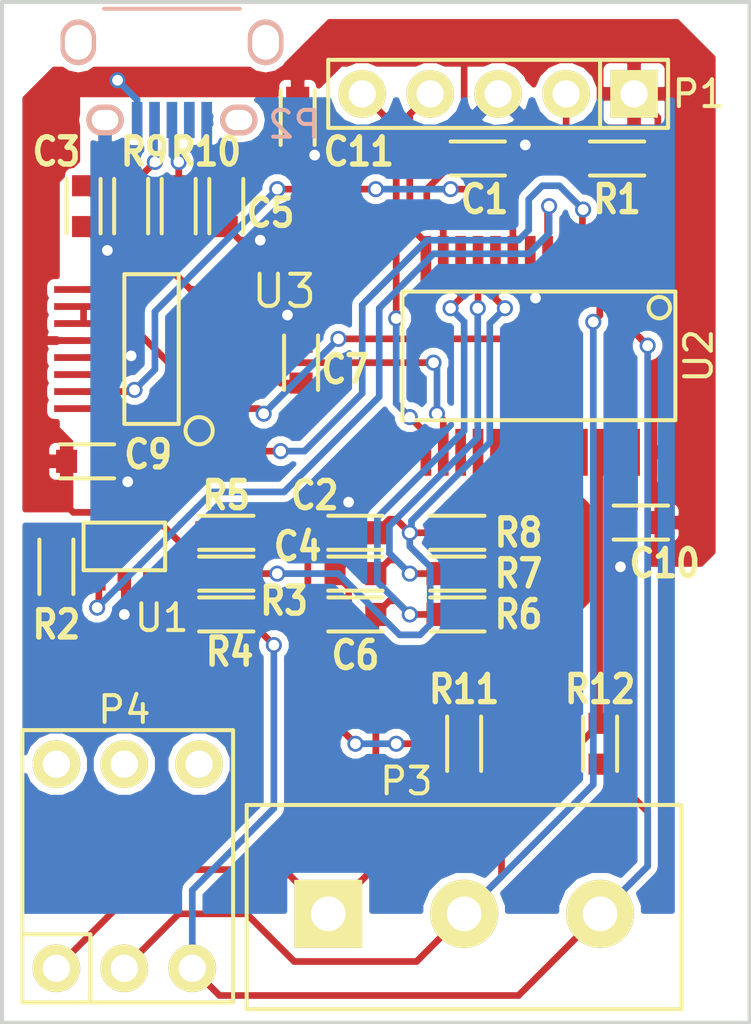
<source format=kicad_pcb>
(kicad_pcb (version 4) (host pcbnew 4.0.1-stable)

  (general
    (links 72)
    (no_connects 0)
    (area 126.463667 84.727 155.015001 124.535001)
    (thickness 1.6)
    (drawings 4)
    (tracks 309)
    (zones 0)
    (modules 29)
    (nets 28)
  )

  (page A4)
  (layers
    (0 F.Cu signal)
    (31 B.Cu signal)
    (32 B.Adhes user)
    (33 F.Adhes user)
    (34 B.Paste user)
    (35 F.Paste user)
    (36 B.SilkS user)
    (37 F.SilkS user)
    (38 B.Mask user)
    (39 F.Mask user)
    (40 Dwgs.User user)
    (41 Cmts.User user)
    (42 Eco1.User user)
    (43 Eco2.User user)
    (44 Edge.Cuts user)
    (45 Margin user)
    (46 B.CrtYd user)
    (47 F.CrtYd user)
    (48 B.Fab user)
    (49 F.Fab user)
  )

  (setup
    (last_trace_width 0.25)
    (trace_clearance 0.2)
    (zone_clearance 0.254)
    (zone_45_only no)
    (trace_min 0.2)
    (segment_width 0.2)
    (edge_width 0.15)
    (via_size 0.6)
    (via_drill 0.4)
    (via_min_size 0.4)
    (via_min_drill 0.3)
    (uvia_size 0.3)
    (uvia_drill 0.1)
    (uvias_allowed no)
    (uvia_min_size 0.2)
    (uvia_min_drill 0.1)
    (pcb_text_width 0.3)
    (pcb_text_size 1.5 1.5)
    (mod_edge_width 0.15)
    (mod_text_size 1 1)
    (mod_text_width 0.15)
    (pad_size 1.524 1.524)
    (pad_drill 0.762)
    (pad_to_mask_clearance 0.0508)
    (aux_axis_origin 0 0)
    (visible_elements FFFFFF7F)
    (pcbplotparams
      (layerselection 0x010f0_80000001)
      (usegerberextensions false)
      (excludeedgelayer true)
      (linewidth 0.100000)
      (plotframeref false)
      (viasonmask false)
      (mode 1)
      (useauxorigin true)
      (hpglpennumber 1)
      (hpglpenspeed 20)
      (hpglpendiameter 15)
      (hpglpenoverlay 2)
      (psnegative false)
      (psa4output false)
      (plotreference true)
      (plotvalue false)
      (plotinvisibletext false)
      (padsonsilk false)
      (subtractmaskfromsilk false)
      (outputformat 1)
      (mirror false)
      (drillshape 0)
      (scaleselection 1)
      (outputdirectory ""))
  )

  (net 0 "")
  (net 1 +5V)
  (net 2 GNDD)
  (net 3 HZ_OUT_0)
  (net 4 "Net-(C3-Pad1)")
  (net 5 HZ_OUT_1)
  (net 6 "Net-(C5-Pad1)")
  (net 7 HZ_OUT_2)
  (net 8 "Net-(C7-Pad1)")
  (net 9 ~MCLR)
  (net 10 PGED)
  (net 11 PGEC)
  (net 12 "Net-(R2-Pad1)")
  (net 13 "Net-(R2-Pad2)")
  (net 14 "Net-(R3-Pad1)")
  (net 15 LZ_OUT_0)
  (net 16 "Net-(R6-Pad2)")
  (net 17 "Net-(R7-Pad2)")
  (net 18 "Net-(R8-Pad2)")
  (net 19 "Net-(R9-Pad1)")
  (net 20 "Net-(R10-Pad1)")
  (net 21 LZ_OUT_1)
  (net 22 FT230X_TX_~SLEEP)
  (net 23 FT230X_TX)
  (net 24 FT230X_24MHZ)
  (net 25 FT230X_RX)
  (net 26 LD_VOLTAGE_0)
  (net 27 LD_VOLTAGE_1)

  (net_class Default "This is the default net class."
    (clearance 0.2)
    (trace_width 0.25)
    (via_dia 0.6)
    (via_drill 0.4)
    (uvia_dia 0.3)
    (uvia_drill 0.1)
    (add_net +5V)
    (add_net FT230X_24MHZ)
    (add_net FT230X_RX)
    (add_net FT230X_TX)
    (add_net FT230X_TX_~SLEEP)
    (add_net GNDD)
    (add_net HZ_OUT_0)
    (add_net HZ_OUT_1)
    (add_net HZ_OUT_2)
    (add_net LD_VOLTAGE_0)
    (add_net LD_VOLTAGE_1)
    (add_net LZ_OUT_0)
    (add_net LZ_OUT_1)
    (add_net "Net-(C3-Pad1)")
    (add_net "Net-(C5-Pad1)")
    (add_net "Net-(C7-Pad1)")
    (add_net "Net-(R10-Pad1)")
    (add_net "Net-(R2-Pad1)")
    (add_net "Net-(R2-Pad2)")
    (add_net "Net-(R3-Pad1)")
    (add_net "Net-(R6-Pad2)")
    (add_net "Net-(R7-Pad2)")
    (add_net "Net-(R8-Pad2)")
    (add_net "Net-(R9-Pad1)")
    (add_net PGEC)
    (add_net PGED)
    (add_net ~MCLR)
  )

  (module kicad_pcb:SM_0603 (layer F.Cu) (tedit 56B380FC) (tstamp 56B34417)
    (at 144.78 92.202)
    (path /56B357D2)
    (fp_text reference C1 (at 0.254 1.524) (layer F.SilkS)
      (effects (font (size 1.016 0.889) (thickness 0.2032)))
    )
    (fp_text value 100nF (at 0 1.143) (layer F.SilkS) hide
      (effects (font (size 0.635 0.635) (thickness 0.1016)))
    )
    (fp_line (start -1.016 0.635) (end 1.016 0.635) (layer F.SilkS) (width 0.15))
    (fp_line (start -1.016 -0.635) (end 1.016 -0.635) (layer F.SilkS) (width 0.15))
    (pad 1 smd rect (at -0.762 0) (size 0.7874 0.8636) (layers F.Cu F.Paste F.Mask)
      (net 1 +5V))
    (pad 2 smd rect (at 0.762 0) (size 0.7874 0.8636) (layers F.Cu F.Paste F.Mask)
      (net 2 GNDD))
  )

  (module kicad_pcb:SM_0603 (layer F.Cu) (tedit 56B380B8) (tstamp 56B3441F)
    (at 140.208 106.172 180)
    (path /56B31D74)
    (fp_text reference C2 (at 1.524 1.397 180) (layer F.SilkS)
      (effects (font (size 1.016 0.889) (thickness 0.2032)))
    )
    (fp_text value 1uF (at 0 1.143 180) (layer F.SilkS) hide
      (effects (font (size 0.635 0.635) (thickness 0.1016)))
    )
    (fp_line (start -1.016 0.635) (end 1.016 0.635) (layer F.SilkS) (width 0.15))
    (fp_line (start -1.016 -0.635) (end 1.016 -0.635) (layer F.SilkS) (width 0.15))
    (pad 1 smd rect (at -0.762 0 180) (size 0.7874 0.8636) (layers F.Cu F.Paste F.Mask)
      (net 3 HZ_OUT_0))
    (pad 2 smd rect (at 0.762 0 180) (size 0.7874 0.8636) (layers F.Cu F.Paste F.Mask)
      (net 2 GNDD))
  )

  (module kicad_pcb:SM_0603 (layer F.Cu) (tedit 56B38066) (tstamp 56B34427)
    (at 130.048 93.98 270)
    (path /56B332F7)
    (fp_text reference C3 (at -2.032 1.016 360) (layer F.SilkS)
      (effects (font (size 1.016 0.889) (thickness 0.2032)))
    )
    (fp_text value 47pF (at 0 1.143 270) (layer F.SilkS) hide
      (effects (font (size 0.635 0.635) (thickness 0.1016)))
    )
    (fp_line (start -1.016 0.635) (end 1.016 0.635) (layer F.SilkS) (width 0.15))
    (fp_line (start -1.016 -0.635) (end 1.016 -0.635) (layer F.SilkS) (width 0.15))
    (pad 1 smd rect (at -0.762 0 270) (size 0.7874 0.8636) (layers F.Cu F.Paste F.Mask)
      (net 4 "Net-(C3-Pad1)"))
    (pad 2 smd rect (at 0.762 0 270) (size 0.7874 0.8636) (layers F.Cu F.Paste F.Mask)
      (net 2 GNDD))
  )

  (module kicad_pcb:SM_0603 (layer F.Cu) (tedit 56B380C8) (tstamp 56B3442F)
    (at 140.208 107.696 180)
    (path /56B31E2B)
    (fp_text reference C4 (at 2.159 1.016 180) (layer F.SilkS)
      (effects (font (size 1.016 0.889) (thickness 0.2032)))
    )
    (fp_text value 1uF (at 0 1.143 180) (layer F.SilkS) hide
      (effects (font (size 0.635 0.635) (thickness 0.1016)))
    )
    (fp_line (start -1.016 0.635) (end 1.016 0.635) (layer F.SilkS) (width 0.15))
    (fp_line (start -1.016 -0.635) (end 1.016 -0.635) (layer F.SilkS) (width 0.15))
    (pad 1 smd rect (at -0.762 0 180) (size 0.7874 0.8636) (layers F.Cu F.Paste F.Mask)
      (net 5 HZ_OUT_1))
    (pad 2 smd rect (at 0.762 0 180) (size 0.7874 0.8636) (layers F.Cu F.Paste F.Mask)
      (net 2 GNDD))
  )

  (module kicad_pcb:SM_0603 (layer F.Cu) (tedit 56B3807D) (tstamp 56B34437)
    (at 135.382 93.98 270)
    (path /56B3305D)
    (fp_text reference C5 (at 0.254 -1.651 360) (layer F.SilkS)
      (effects (font (size 1.016 0.889) (thickness 0.2032)))
    )
    (fp_text value 47pF (at 0 1.143 270) (layer F.SilkS) hide
      (effects (font (size 0.635 0.635) (thickness 0.1016)))
    )
    (fp_line (start -1.016 0.635) (end 1.016 0.635) (layer F.SilkS) (width 0.15))
    (fp_line (start -1.016 -0.635) (end 1.016 -0.635) (layer F.SilkS) (width 0.15))
    (pad 1 smd rect (at -0.762 0 270) (size 0.7874 0.8636) (layers F.Cu F.Paste F.Mask)
      (net 6 "Net-(C5-Pad1)"))
    (pad 2 smd rect (at 0.762 0 270) (size 0.7874 0.8636) (layers F.Cu F.Paste F.Mask)
      (net 2 GNDD))
  )

  (module kicad_pcb:SM_0603 (layer F.Cu) (tedit 559990C8) (tstamp 56B3443F)
    (at 140.208 109.22 180)
    (path /56B31E59)
    (fp_text reference C6 (at 0 -1.524 180) (layer F.SilkS)
      (effects (font (size 1.016 0.889) (thickness 0.2032)))
    )
    (fp_text value 1uF (at 0 1.143 180) (layer F.SilkS) hide
      (effects (font (size 0.635 0.635) (thickness 0.1016)))
    )
    (fp_line (start -1.016 0.635) (end 1.016 0.635) (layer F.SilkS) (width 0.15))
    (fp_line (start -1.016 -0.635) (end 1.016 -0.635) (layer F.SilkS) (width 0.15))
    (pad 1 smd rect (at -0.762 0 180) (size 0.7874 0.8636) (layers F.Cu F.Paste F.Mask)
      (net 7 HZ_OUT_2))
    (pad 2 smd rect (at 0.762 0 180) (size 0.7874 0.8636) (layers F.Cu F.Paste F.Mask)
      (net 2 GNDD))
  )

  (module kicad_pcb:SM_0603 (layer F.Cu) (tedit 56B38082) (tstamp 56B34447)
    (at 138.176 99.822 90)
    (path /56B336CF)
    (fp_text reference C7 (at -0.254 1.651 180) (layer F.SilkS)
      (effects (font (size 1.016 0.889) (thickness 0.2032)))
    )
    (fp_text value 100nF (at 0 1.143 90) (layer F.SilkS) hide
      (effects (font (size 0.635 0.635) (thickness 0.1016)))
    )
    (fp_line (start -1.016 0.635) (end 1.016 0.635) (layer F.SilkS) (width 0.15))
    (fp_line (start -1.016 -0.635) (end 1.016 -0.635) (layer F.SilkS) (width 0.15))
    (pad 1 smd rect (at -0.762 0 90) (size 0.7874 0.8636) (layers F.Cu F.Paste F.Mask)
      (net 8 "Net-(C7-Pad1)"))
    (pad 2 smd rect (at 0.762 0 90) (size 0.7874 0.8636) (layers F.Cu F.Paste F.Mask)
      (net 2 GNDD))
  )

  (module kicad_pcb:CONN_1x5_0.1in (layer F.Cu) (tedit 56B380F6) (tstamp 56B34455)
    (at 145.542 89.789 180)
    (path /56B3154B)
    (fp_text reference P1 (at -7.493 0 180) (layer F.SilkS)
      (effects (font (size 1 1) (thickness 0.15)))
    )
    (fp_text value CONN_01X05 (at 0 0 180) (layer F.Fab) hide
      (effects (font (size 1 1) (thickness 0.15)))
    )
    (fp_line (start -3.81 -1.27) (end -3.81 1.27) (layer F.SilkS) (width 0.15))
    (fp_line (start -6.35 -1.27) (end 6.35 -1.27) (layer F.SilkS) (width 0.15))
    (fp_line (start 6.35 -1.27) (end 6.35 1.27) (layer F.SilkS) (width 0.15))
    (fp_line (start 6.35 1.27) (end -6.35 1.27) (layer F.SilkS) (width 0.15))
    (fp_line (start -6.35 1.27) (end -6.35 -1.27) (layer F.SilkS) (width 0.15))
    (pad 1 thru_hole rect (at -5.08 0 180) (size 1.778 1.778) (drill 1.016) (layers *.Cu *.Mask F.SilkS)
      (net 1 +5V))
    (pad 2 thru_hole circle (at -2.54 0 180) (size 1.778 1.778) (drill 1.016) (layers *.Cu *.Mask F.SilkS)
      (net 9 ~MCLR))
    (pad 3 thru_hole circle (at 0 0 180) (size 1.778 1.778) (drill 1.016) (layers *.Cu *.Mask F.SilkS)
      (net 2 GNDD))
    (pad 4 thru_hole circle (at 2.54 0 180) (size 1.778 1.778) (drill 1.016) (layers *.Cu *.Mask F.SilkS)
      (net 10 PGED))
    (pad 5 thru_hole circle (at 5.08 0 180) (size 1.778 1.778) (drill 1.016) (layers *.Cu *.Mask F.SilkS)
      (net 11 PGEC))
  )

  (module kicad_pcb:CONN_1x3_OSTTC032162 (layer F.Cu) (tedit 56B3810C) (tstamp 56B34460)
    (at 144.272 120.396)
    (path /56B3C6AA)
    (fp_text reference P3 (at -2.159 -4.953) (layer F.SilkS)
      (effects (font (size 1 1) (thickness 0.15)))
    )
    (fp_text value CONN_01X03 (at 0 0) (layer F.Fab) hide
      (effects (font (size 1 1) (thickness 0.15)))
    )
    (fp_line (start -8.128 -4.064) (end 8.128 -4.064) (layer F.SilkS) (width 0.15))
    (fp_line (start 8.128 -4.064) (end 8.128 3.556) (layer F.SilkS) (width 0.15))
    (fp_line (start 8.128 3.556) (end -8.128 3.556) (layer F.SilkS) (width 0.15))
    (fp_line (start -8.128 -4.064) (end -8.128 3.556) (layer F.SilkS) (width 0.15))
    (pad 1 thru_hole rect (at -5.08 0) (size 2.54 2.54) (drill 1.2954) (layers *.Cu *.Mask F.SilkS)
      (net 7 HZ_OUT_2))
    (pad 2 thru_hole circle (at 0 0) (size 2.54 2.54) (drill 1.2954) (layers *.Cu *.Mask F.SilkS)
      (net 26 LD_VOLTAGE_0))
    (pad 3 thru_hole circle (at 5.08 0) (size 2.54 2.54) (drill 1.2954) (layers *.Cu *.Mask F.SilkS)
      (net 27 LD_VOLTAGE_1))
  )

  (module kicad_pcb:CONN_2x3_SOCKET (layer F.Cu) (tedit 56B30CBD) (tstamp 56B34470)
    (at 131.572 118.618)
    (path /56B3BE2B)
    (fp_text reference P4 (at 0 -5.842) (layer F.SilkS)
      (effects (font (size 1 1) (thickness 0.15)))
    )
    (fp_text value CONN_01X03 (at 0 0) (layer F.Fab) hide
      (effects (font (size 1 1) (thickness 0.15)))
    )
    (fp_line (start -1.27 5.08) (end -1.27 2.54) (layer F.SilkS) (width 0.15))
    (fp_line (start -1.27 2.54) (end -3.81 2.54) (layer F.SilkS) (width 0.15))
    (fp_line (start -3.81 -5.08) (end 4.064 -5.08) (layer F.SilkS) (width 0.15))
    (fp_line (start 4.064 -5.08) (end 4.064 5.08) (layer F.SilkS) (width 0.15))
    (fp_line (start 4.064 5.08) (end -3.81 5.08) (layer F.SilkS) (width 0.15))
    (fp_line (start -3.81 5.08) (end -3.81 -5.08) (layer F.SilkS) (width 0.15))
    (pad 1 thru_hole circle (at -2.54 3.81) (size 1.778 1.778) (drill 1.016) (layers *.Cu *.Mask F.SilkS)
      (net 7 HZ_OUT_2))
    (pad 2 thru_hole circle (at 0 3.81) (size 1.778 1.778) (drill 1.016) (layers *.Cu *.Mask F.SilkS)
      (net 26 LD_VOLTAGE_0))
    (pad 3 thru_hole circle (at 2.54 3.81) (size 1.778 1.778) (drill 1.016) (layers *.Cu *.Mask F.SilkS)
      (net 27 LD_VOLTAGE_1))
    (pad 4 thru_hole circle (at 2.794 -3.81) (size 1.778 1.778) (drill 1.016) (layers *.Cu *.Mask F.SilkS))
    (pad 5 thru_hole circle (at 0 -3.81) (size 1.778 1.778) (drill 1.016) (layers *.Cu *.Mask F.SilkS))
    (pad 6 thru_hole circle (at -2.54 -3.81) (size 1.778 1.778) (drill 1.016) (layers *.Cu *.Mask F.SilkS))
  )

  (module kicad_pcb:SM_0603 (layer F.Cu) (tedit 56B38100) (tstamp 56B34478)
    (at 149.987 92.202)
    (path /56B344F7)
    (fp_text reference R1 (at 0 1.524) (layer F.SilkS)
      (effects (font (size 1.016 0.889) (thickness 0.2032)))
    )
    (fp_text value 1k (at 0 1.143) (layer F.SilkS) hide
      (effects (font (size 0.635 0.635) (thickness 0.1016)))
    )
    (fp_line (start -1.016 0.635) (end 1.016 0.635) (layer F.SilkS) (width 0.15))
    (fp_line (start -1.016 -0.635) (end 1.016 -0.635) (layer F.SilkS) (width 0.15))
    (pad 1 smd rect (at -0.762 0) (size 0.7874 0.8636) (layers F.Cu F.Paste F.Mask)
      (net 9 ~MCLR))
    (pad 2 smd rect (at 0.762 0) (size 0.7874 0.8636) (layers F.Cu F.Paste F.Mask)
      (net 1 +5V))
  )

  (module kicad_pcb:SM_0603 (layer F.Cu) (tedit 56B3808C) (tstamp 56B34480)
    (at 129.032 107.442 90)
    (path /56B39BF7)
    (fp_text reference R2 (at -2.159 0 180) (layer F.SilkS)
      (effects (font (size 1.016 0.889) (thickness 0.2032)))
    )
    (fp_text value 10k (at 0 1.143 90) (layer F.SilkS) hide
      (effects (font (size 0.635 0.635) (thickness 0.1016)))
    )
    (fp_line (start -1.016 0.635) (end 1.016 0.635) (layer F.SilkS) (width 0.15))
    (fp_line (start -1.016 -0.635) (end 1.016 -0.635) (layer F.SilkS) (width 0.15))
    (pad 1 smd rect (at -0.762 0 90) (size 0.7874 0.8636) (layers F.Cu F.Paste F.Mask)
      (net 12 "Net-(R2-Pad1)"))
    (pad 2 smd rect (at 0.762 0 90) (size 0.7874 0.8636) (layers F.Cu F.Paste F.Mask)
      (net 13 "Net-(R2-Pad2)"))
  )

  (module kicad_pcb:SM_0603 (layer F.Cu) (tedit 56B380A6) (tstamp 56B34488)
    (at 135.382 107.696)
    (path /56B39AAD)
    (fp_text reference R3 (at 2.159 1.016) (layer F.SilkS)
      (effects (font (size 1.016 0.889) (thickness 0.2032)))
    )
    (fp_text value 10k (at 0 1.143) (layer F.SilkS) hide
      (effects (font (size 0.635 0.635) (thickness 0.1016)))
    )
    (fp_line (start -1.016 0.635) (end 1.016 0.635) (layer F.SilkS) (width 0.15))
    (fp_line (start -1.016 -0.635) (end 1.016 -0.635) (layer F.SilkS) (width 0.15))
    (pad 1 smd rect (at -0.762 0) (size 0.7874 0.8636) (layers F.Cu F.Paste F.Mask)
      (net 14 "Net-(R3-Pad1)"))
    (pad 2 smd rect (at 0.762 0) (size 0.7874 0.8636) (layers F.Cu F.Paste F.Mask)
      (net 3 HZ_OUT_0))
  )

  (module kicad_pcb:SM_0603 (layer F.Cu) (tedit 56B380A2) (tstamp 56B34490)
    (at 135.382 109.22 180)
    (path /56B3978E)
    (fp_text reference R4 (at -0.127 -1.397 180) (layer F.SilkS)
      (effects (font (size 1.016 0.889) (thickness 0.2032)))
    )
    (fp_text value 1k (at 0 1.143 180) (layer F.SilkS) hide
      (effects (font (size 0.635 0.635) (thickness 0.1016)))
    )
    (fp_line (start -1.016 0.635) (end 1.016 0.635) (layer F.SilkS) (width 0.15))
    (fp_line (start -1.016 -0.635) (end 1.016 -0.635) (layer F.SilkS) (width 0.15))
    (pad 1 smd rect (at -0.762 0 180) (size 0.7874 0.8636) (layers F.Cu F.Paste F.Mask)
      (net 27 LD_VOLTAGE_1))
    (pad 2 smd rect (at 0.762 0 180) (size 0.7874 0.8636) (layers F.Cu F.Paste F.Mask)
      (net 14 "Net-(R3-Pad1)"))
  )

  (module kicad_pcb:SM_0603 (layer F.Cu) (tedit 56B380B1) (tstamp 56B34498)
    (at 135.382 106.172 180)
    (path /56B39824)
    (fp_text reference R5 (at 0 1.397 180) (layer F.SilkS)
      (effects (font (size 1.016 0.889) (thickness 0.2032)))
    )
    (fp_text value 1k (at 0 1.143 180) (layer F.SilkS) hide
      (effects (font (size 0.635 0.635) (thickness 0.1016)))
    )
    (fp_line (start -1.016 0.635) (end 1.016 0.635) (layer F.SilkS) (width 0.15))
    (fp_line (start -1.016 -0.635) (end 1.016 -0.635) (layer F.SilkS) (width 0.15))
    (pad 1 smd rect (at -0.762 0 180) (size 0.7874 0.8636) (layers F.Cu F.Paste F.Mask)
      (net 21 LZ_OUT_1))
    (pad 2 smd rect (at 0.762 0 180) (size 0.7874 0.8636) (layers F.Cu F.Paste F.Mask)
      (net 13 "Net-(R2-Pad2)"))
  )

  (module kicad_pcb:SM_0603 (layer F.Cu) (tedit 56B380C2) (tstamp 56B344A0)
    (at 144.018 109.22)
    (path /56B31B64)
    (fp_text reference R6 (at 2.286 0) (layer F.SilkS)
      (effects (font (size 1.016 0.889) (thickness 0.2032)))
    )
    (fp_text value 100 (at 0 1.143) (layer F.SilkS) hide
      (effects (font (size 0.635 0.635) (thickness 0.1016)))
    )
    (fp_line (start -1.016 0.635) (end 1.016 0.635) (layer F.SilkS) (width 0.15))
    (fp_line (start -1.016 -0.635) (end 1.016 -0.635) (layer F.SilkS) (width 0.15))
    (pad 1 smd rect (at -0.762 0) (size 0.7874 0.8636) (layers F.Cu F.Paste F.Mask)
      (net 7 HZ_OUT_2))
    (pad 2 smd rect (at 0.762 0) (size 0.7874 0.8636) (layers F.Cu F.Paste F.Mask)
      (net 16 "Net-(R6-Pad2)"))
  )

  (module kicad_pcb:SM_0603 (layer F.Cu) (tedit 56B380BF) (tstamp 56B344A8)
    (at 144.018 107.696)
    (path /56B31AE4)
    (fp_text reference R7 (at 2.286 0) (layer F.SilkS)
      (effects (font (size 1.016 0.889) (thickness 0.2032)))
    )
    (fp_text value 100 (at 0 1.143) (layer F.SilkS) hide
      (effects (font (size 0.635 0.635) (thickness 0.1016)))
    )
    (fp_line (start -1.016 0.635) (end 1.016 0.635) (layer F.SilkS) (width 0.15))
    (fp_line (start -1.016 -0.635) (end 1.016 -0.635) (layer F.SilkS) (width 0.15))
    (pad 1 smd rect (at -0.762 0) (size 0.7874 0.8636) (layers F.Cu F.Paste F.Mask)
      (net 5 HZ_OUT_1))
    (pad 2 smd rect (at 0.762 0) (size 0.7874 0.8636) (layers F.Cu F.Paste F.Mask)
      (net 17 "Net-(R7-Pad2)"))
  )

  (module kicad_pcb:SM_0603 (layer F.Cu) (tedit 56B380BA) (tstamp 56B344B0)
    (at 144.018 106.172)
    (path /56B31293)
    (fp_text reference R8 (at 2.286 0) (layer F.SilkS)
      (effects (font (size 1.016 0.889) (thickness 0.2032)))
    )
    (fp_text value 100 (at 0 1.143) (layer F.SilkS) hide
      (effects (font (size 0.635 0.635) (thickness 0.1016)))
    )
    (fp_line (start -1.016 0.635) (end 1.016 0.635) (layer F.SilkS) (width 0.15))
    (fp_line (start -1.016 -0.635) (end 1.016 -0.635) (layer F.SilkS) (width 0.15))
    (pad 1 smd rect (at -0.762 0) (size 0.7874 0.8636) (layers F.Cu F.Paste F.Mask)
      (net 3 HZ_OUT_0))
    (pad 2 smd rect (at 0.762 0) (size 0.7874 0.8636) (layers F.Cu F.Paste F.Mask)
      (net 18 "Net-(R8-Pad2)"))
  )

  (module kicad_pcb:SM_0603 (layer F.Cu) (tedit 56B3805A) (tstamp 56B344B8)
    (at 131.826 93.98 90)
    (path /56B32D81)
    (fp_text reference R9 (at 2.032 0.508 180) (layer F.SilkS)
      (effects (font (size 1.016 0.889) (thickness 0.2032)))
    )
    (fp_text value 27 (at 0 1.143 90) (layer F.SilkS) hide
      (effects (font (size 0.635 0.635) (thickness 0.1016)))
    )
    (fp_line (start -1.016 0.635) (end 1.016 0.635) (layer F.SilkS) (width 0.15))
    (fp_line (start -1.016 -0.635) (end 1.016 -0.635) (layer F.SilkS) (width 0.15))
    (pad 1 smd rect (at -0.762 0 90) (size 0.7874 0.8636) (layers F.Cu F.Paste F.Mask)
      (net 19 "Net-(R9-Pad1)"))
    (pad 2 smd rect (at 0.762 0 90) (size 0.7874 0.8636) (layers F.Cu F.Paste F.Mask)
      (net 4 "Net-(C3-Pad1)"))
  )

  (module kicad_pcb:SM_0603 (layer F.Cu) (tedit 56B3805F) (tstamp 56B344C0)
    (at 133.604 93.98 90)
    (path /56B32E59)
    (fp_text reference R10 (at 2.032 1.016 360) (layer F.SilkS)
      (effects (font (size 1.016 0.889) (thickness 0.2032)))
    )
    (fp_text value 27 (at 0 1.143 90) (layer F.SilkS) hide
      (effects (font (size 0.635 0.635) (thickness 0.1016)))
    )
    (fp_line (start -1.016 0.635) (end 1.016 0.635) (layer F.SilkS) (width 0.15))
    (fp_line (start -1.016 -0.635) (end 1.016 -0.635) (layer F.SilkS) (width 0.15))
    (pad 1 smd rect (at -0.762 0 90) (size 0.7874 0.8636) (layers F.Cu F.Paste F.Mask)
      (net 20 "Net-(R10-Pad1)"))
    (pad 2 smd rect (at 0.762 0 90) (size 0.7874 0.8636) (layers F.Cu F.Paste F.Mask)
      (net 6 "Net-(C5-Pad1)"))
  )

  (module kicad_pcb:SM_0603 (layer F.Cu) (tedit 56B380D3) (tstamp 56B344C8)
    (at 144.272 114.046 90)
    (path /56B36E0F)
    (fp_text reference R11 (at 2.032 0 180) (layer F.SilkS)
      (effects (font (size 1.016 0.889) (thickness 0.2032)))
    )
    (fp_text value 1k (at 0 1.143 90) (layer F.SilkS) hide
      (effects (font (size 0.635 0.635) (thickness 0.1016)))
    )
    (fp_line (start -1.016 0.635) (end 1.016 0.635) (layer F.SilkS) (width 0.15))
    (fp_line (start -1.016 -0.635) (end 1.016 -0.635) (layer F.SilkS) (width 0.15))
    (pad 1 smd rect (at -0.762 0 90) (size 0.7874 0.8636) (layers F.Cu F.Paste F.Mask)
      (net 26 LD_VOLTAGE_0))
    (pad 2 smd rect (at 0.762 0 90) (size 0.7874 0.8636) (layers F.Cu F.Paste F.Mask)
      (net 15 LZ_OUT_0))
  )

  (module kicad_pcb:SM_0603 (layer F.Cu) (tedit 56B380DA) (tstamp 56B344D0)
    (at 149.352 114.046 270)
    (path /56B36EAD)
    (fp_text reference R12 (at -2.032 0 360) (layer F.SilkS)
      (effects (font (size 1.016 0.889) (thickness 0.2032)))
    )
    (fp_text value 100 (at 0 1.143 270) (layer F.SilkS) hide
      (effects (font (size 0.635 0.635) (thickness 0.1016)))
    )
    (fp_line (start -1.016 0.635) (end 1.016 0.635) (layer F.SilkS) (width 0.15))
    (fp_line (start -1.016 -0.635) (end 1.016 -0.635) (layer F.SilkS) (width 0.15))
    (pad 1 smd rect (at -0.762 0 270) (size 0.7874 0.8636) (layers F.Cu F.Paste F.Mask)
      (net 21 LZ_OUT_1))
    (pad 2 smd rect (at 0.762 0 270) (size 0.7874 0.8636) (layers F.Cu F.Paste F.Mask)
      (net 27 LD_VOLTAGE_1))
  )

  (module kicad_pcb:SOT-23-5 (layer F.Cu) (tedit 56B38091) (tstamp 56B344DD)
    (at 131.572 106.68)
    (path /56B38849)
    (attr smd)
    (fp_text reference U1 (at 1.397 2.667 180) (layer F.SilkS)
      (effects (font (size 1 1) (thickness 0.15)))
    )
    (fp_text value MCP6001 (at 0 0) (layer F.SilkS) hide
      (effects (font (size 1 1) (thickness 0.15)))
    )
    (fp_line (start 1.524 -0.889) (end 1.524 0.889) (layer F.SilkS) (width 0.15))
    (fp_line (start 1.524 0.889) (end -1.524 0.889) (layer F.SilkS) (width 0.15))
    (fp_line (start -1.524 0.889) (end -1.524 -0.889) (layer F.SilkS) (width 0.15))
    (fp_line (start -1.524 -0.889) (end 1.524 -0.889) (layer F.SilkS) (width 0.15))
    (pad 1 smd rect (at -0.9525 1.27) (size 0.508 0.762) (layers F.Cu F.Paste F.Mask)
      (net 12 "Net-(R2-Pad1)"))
    (pad 3 smd rect (at 0.9525 1.27) (size 0.508 0.762) (layers F.Cu F.Paste F.Mask)
      (net 14 "Net-(R3-Pad1)"))
    (pad 5 smd rect (at -0.9525 -1.27) (size 0.508 0.762) (layers F.Cu F.Paste F.Mask)
      (net 1 +5V))
    (pad 2 smd rect (at 0 1.27) (size 0.508 0.762) (layers F.Cu F.Paste F.Mask)
      (net 2 GNDD))
    (pad 4 smd rect (at 0.9525 -1.27) (size 0.508 0.762) (layers F.Cu F.Paste F.Mask)
      (net 13 "Net-(R2-Pad2)"))
    (model SMD_Packages/SOT-23-5.wrl
      (at (xyz 0 0 0))
      (scale (xyz 0.1 0.1 0.1))
      (rotate (xyz 0 0 0))
    )
  )

  (module kicad_pcb:SSOP-28 (layer F.Cu) (tedit 56B380E3) (tstamp 56B34502)
    (at 147.066 99.568 180)
    (path /56B31191)
    (fp_text reference U2 (at -5.969 0 450) (layer F.SilkS)
      (effects (font (size 1 1) (thickness 0.15)))
    )
    (fp_text value pic24f08km202 (at 0 0 180) (layer F.Fab) hide
      (effects (font (size 1 1) (thickness 0.15)))
    )
    (fp_circle (center -4.5 1.8) (end -4.9 1.8) (layer F.SilkS) (width 0.15))
    (fp_line (start -5.1 -2.4) (end -5.1 2.4) (layer F.SilkS) (width 0.15))
    (fp_line (start -5.1 2.4) (end 5.1 2.4) (layer F.SilkS) (width 0.15))
    (fp_line (start 5.1 2.4) (end 5.1 -2.4) (layer F.SilkS) (width 0.15))
    (fp_line (start 5.1 -2.4) (end -5.1 -2.4) (layer F.SilkS) (width 0.15))
    (pad 1 smd rect (at -4.225 3.6 180) (size 0.4 1.75) (layers F.Cu F.Paste F.Mask)
      (net 9 ~MCLR))
    (pad 2 smd rect (at -3.575 3.6 180) (size 0.4 1.75) (layers F.Cu F.Paste F.Mask))
    (pad 3 smd rect (at -2.925 3.6 180) (size 0.4 1.75) (layers F.Cu F.Paste F.Mask)
      (net 27 LD_VOLTAGE_1))
    (pad 4 smd rect (at -2.275 3.6 180) (size 0.4 1.75) (layers F.Cu F.Paste F.Mask)
      (net 26 LD_VOLTAGE_0))
    (pad 5 smd rect (at -1.625 3.6 180) (size 0.4 1.75) (layers F.Cu F.Paste F.Mask)
      (net 22 FT230X_TX_~SLEEP))
    (pad 6 smd rect (at -0.975 3.6 180) (size 0.4 1.75) (layers F.Cu F.Paste F.Mask)
      (net 23 FT230X_TX))
    (pad 7 smd rect (at -0.325 3.6 180) (size 0.4 1.75) (layers F.Cu F.Paste F.Mask)
      (net 12 "Net-(R2-Pad1)"))
    (pad 8 smd rect (at 0.325 3.6 180) (size 0.4 1.75) (layers F.Cu F.Paste F.Mask)
      (net 2 GNDD))
    (pad 9 smd rect (at 0.975 3.6 180) (size 0.4 1.75) (layers F.Cu F.Paste F.Mask)
      (net 24 FT230X_24MHZ))
    (pad 10 smd rect (at 1.625 3.6 180) (size 0.4 1.75) (layers F.Cu F.Paste F.Mask)
      (net 3 HZ_OUT_0))
    (pad 11 smd rect (at 2.275 3.6 180) (size 0.4 1.75) (layers F.Cu F.Paste F.Mask)
      (net 5 HZ_OUT_1))
    (pad 12 smd rect (at 2.925 3.6 180) (size 0.4 1.75) (layers F.Cu F.Paste F.Mask)
      (net 7 HZ_OUT_2))
    (pad 13 smd rect (at 3.575 3.6 180) (size 0.4 1.75) (layers F.Cu F.Paste F.Mask)
      (net 1 +5V))
    (pad 14 smd rect (at 4.225 3.6 180) (size 0.4 1.75) (layers F.Cu F.Paste F.Mask)
      (net 10 PGED))
    (pad 15 smd rect (at 4.225 -3.6 180) (size 0.4 1.75) (layers F.Cu F.Paste F.Mask)
      (net 11 PGEC))
    (pad 16 smd rect (at 3.575 -3.6 180) (size 0.4 1.75) (layers F.Cu F.Paste F.Mask)
      (net 25 FT230X_RX))
    (pad 17 smd rect (at 2.925 -3.6 180) (size 0.4 1.75) (layers F.Cu F.Paste F.Mask))
    (pad 18 smd rect (at 2.275 -3.6 180) (size 0.4 1.75) (layers F.Cu F.Paste F.Mask))
    (pad 19 smd rect (at 1.625 -3.6 180) (size 0.4 1.75) (layers F.Cu F.Paste F.Mask))
    (pad 20 smd rect (at 0.975 -3.6 180) (size 0.4 1.75) (layers F.Cu F.Paste F.Mask)
      (net 18 "Net-(R8-Pad2)"))
    (pad 21 smd rect (at 0.325 -3.6 180) (size 0.4 1.75) (layers F.Cu F.Paste F.Mask)
      (net 17 "Net-(R7-Pad2)"))
    (pad 22 smd rect (at -0.325 -3.6 180) (size 0.4 1.75) (layers F.Cu F.Paste F.Mask)
      (net 16 "Net-(R6-Pad2)"))
    (pad 23 smd rect (at -0.975 -3.6 180) (size 0.4 1.75) (layers F.Cu F.Paste F.Mask)
      (net 15 LZ_OUT_0))
    (pad 24 smd rect (at -1.625 -3.6 180) (size 0.4 1.75) (layers F.Cu F.Paste F.Mask))
    (pad 25 smd rect (at -2.275 -3.6 180) (size 0.4 1.75) (layers F.Cu F.Paste F.Mask)
      (net 21 LZ_OUT_1))
    (pad 26 smd rect (at -2.925 -3.6 180) (size 0.4 1.75) (layers F.Cu F.Paste F.Mask))
    (pad 27 smd rect (at -3.575 -3.6 180) (size 0.4 1.75) (layers F.Cu F.Paste F.Mask)
      (net 2 GNDD))
    (pad 28 smd rect (at -4.225 -3.6 180) (size 0.4 1.75) (layers F.Cu F.Paste F.Mask)
      (net 1 +5V))
  )

  (module kicad_pcb:SOIC-16 (layer F.Cu) (tedit 56B3807A) (tstamp 56B3451B)
    (at 132.588 99.314 90)
    (path /56B311DA)
    (fp_text reference U3 (at 2.159 4.953 180) (layer F.SilkS)
      (effects (font (size 1.2 1.2) (thickness 0.15)))
    )
    (fp_text value ft230x (at 0 0 90) (layer F.Fab) hide
      (effects (font (size 1.2 1.2) (thickness 0.15)))
    )
    (fp_circle (center -3.048 1.778) (end -3.048 2.286) (layer F.SilkS) (width 0.15))
    (fp_line (start 2.794 -1.016) (end -2.794 -1.016) (layer F.SilkS) (width 0.15))
    (fp_line (start -2.794 -1.016) (end -2.794 1.016) (layer F.SilkS) (width 0.15))
    (fp_line (start -2.794 1.016) (end 2.794 1.016) (layer F.SilkS) (width 0.15))
    (fp_line (start 2.794 1.016) (end 2.794 -1.016) (layer F.SilkS) (width 0.15))
    (pad 16 smd rect (at -2.2225 -2.54 90) (size 0.254 2.2) (layers F.Cu F.Paste F.Mask)
      (net 22 FT230X_TX_~SLEEP))
    (pad 1 smd rect (at -2.2225 2.54 90) (size 0.254 2.2) (layers F.Cu F.Paste F.Mask)
      (net 23 FT230X_TX))
    (pad 15 smd rect (at -1.5875 -2.54 90) (size 0.254 2.2) (layers F.Cu F.Paste F.Mask)
      (net 24 FT230X_24MHZ))
    (pad 2 smd rect (at -1.5875 2.54 90) (size 0.254 2.2) (layers F.Cu F.Paste F.Mask))
    (pad 14 smd rect (at -0.9525 -2.54 90) (size 0.254 2.2) (layers F.Cu F.Paste F.Mask))
    (pad 3 smd rect (at -0.9525 2.54 90) (size 0.254 2.2) (layers F.Cu F.Paste F.Mask)
      (net 8 "Net-(C7-Pad1)"))
    (pad 13 smd rect (at -0.3175 -2.54 90) (size 0.254 2.2) (layers F.Cu F.Paste F.Mask)
      (net 2 GNDD))
    (pad 4 smd rect (at -0.3175 2.54 90) (size 0.254 2.2) (layers F.Cu F.Paste F.Mask)
      (net 25 FT230X_RX))
    (pad 12 smd rect (at 0.3175 -2.54 90) (size 0.254 2.2) (layers F.Cu F.Paste F.Mask)
      (net 1 +5V))
    (pad 5 smd rect (at 0.3175 2.54 90) (size 0.254 2.2) (layers F.Cu F.Paste F.Mask)
      (net 2 GNDD))
    (pad 11 smd rect (at 0.9525 -2.54 90) (size 0.254 2.2) (layers F.Cu F.Paste F.Mask)
      (net 8 "Net-(C7-Pad1)"))
    (pad 6 smd rect (at 0.9525 2.54 90) (size 0.254 2.2) (layers F.Cu F.Paste F.Mask))
    (pad 10 smd rect (at 1.5875 -2.54 90) (size 0.254 2.2) (layers F.Cu F.Paste F.Mask)
      (net 8 "Net-(C7-Pad1)"))
    (pad 7 smd rect (at 1.5875 2.54 90) (size 0.254 2.2) (layers F.Cu F.Paste F.Mask))
    (pad 9 smd rect (at 2.2225 -2.54 90) (size 0.254 2.2) (layers F.Cu F.Paste F.Mask)
      (net 19 "Net-(R9-Pad1)"))
    (pad 8 smd rect (at 2.2225 2.54 90) (size 0.254 2.2) (layers F.Cu F.Paste F.Mask)
      (net 20 "Net-(R10-Pad1)"))
  )

  (module kicad_pcb:CONN_USB (layer B.Cu) (tedit 56B3B1FD) (tstamp 56B34BB3)
    (at 133.35 86.614)
    (path /56B35430)
    (fp_text reference P2 (at 4.572 4.318) (layer B.SilkS)
      (effects (font (size 1 1) (thickness 0.15)) (justify mirror))
    )
    (fp_text value USB_OTG (at 0 -0.762) (layer B.Fab) hide
      (effects (font (size 1 1) (thickness 0.15)) (justify mirror))
    )
    (fp_line (start -2.54 0) (end 2.54 0) (layer B.SilkS) (width 0.15))
    (pad 6 thru_hole oval (at -2.5 4.15) (size 1.4 1.15) (drill oval 1 0.75) (layers *.Cu *.Mask B.SilkS)
      (net 2 GNDD))
    (pad 7 thru_hole oval (at 2.5 4.15) (size 1.4 1.15) (drill oval 1 0.75) (layers *.Cu *.Mask B.SilkS))
    (pad 8 thru_hole oval (at -3.5 1.25) (size 1.325 1.7) (drill oval 1 1.3) (layers *.Cu *.Mask B.SilkS))
    (pad 9 thru_hole oval (at 3.5 1.25) (size 1.325 1.7) (drill oval 1 1.3) (layers *.Cu *.Mask B.SilkS))
    (pad 1 smd rect (at -1.3 4.15) (size 0.4 1.35) (layers B.Cu B.Paste B.Mask)
      (net 1 +5V))
    (pad 2 smd rect (at -0.65 4.15) (size 0.4 1.35) (layers B.Cu B.Paste B.Mask)
      (net 4 "Net-(C3-Pad1)"))
    (pad 3 smd rect (at 0 4.15) (size 0.4 1.35) (layers B.Cu B.Paste B.Mask)
      (net 6 "Net-(C5-Pad1)"))
    (pad 4 smd rect (at 0.65 4.15) (size 0.4 1.35) (layers B.Cu B.Paste B.Mask))
    (pad 5 smd rect (at 1.3 4.15) (size 0.4 1.35) (layers B.Cu B.Paste B.Mask)
      (net 2 GNDD))
  )

  (module kicad_pcb:SM_0603 (layer F.Cu) (tedit 56B38088) (tstamp 56B37118)
    (at 130.175 103.505)
    (path /56B46CF7)
    (fp_text reference C9 (at 2.286 -0.254) (layer F.SilkS)
      (effects (font (size 1.016 0.889) (thickness 0.2032)))
    )
    (fp_text value 100nF (at 0 1.143) (layer F.SilkS) hide
      (effects (font (size 0.635 0.635) (thickness 0.1016)))
    )
    (fp_line (start -1.016 0.635) (end 1.016 0.635) (layer F.SilkS) (width 0.15))
    (fp_line (start -1.016 -0.635) (end 1.016 -0.635) (layer F.SilkS) (width 0.15))
    (pad 1 smd rect (at -0.762 0) (size 0.7874 0.8636) (layers F.Cu F.Paste F.Mask)
      (net 1 +5V))
    (pad 2 smd rect (at 0.762 0) (size 0.7874 0.8636) (layers F.Cu F.Paste F.Mask)
      (net 2 GNDD))
  )

  (module kicad_pcb:SM_0603 (layer F.Cu) (tedit 56B3811C) (tstamp 56B37120)
    (at 150.876 105.791 180)
    (path /56B4681A)
    (fp_text reference C10 (at -0.889 -1.524 180) (layer F.SilkS)
      (effects (font (size 1.016 0.889) (thickness 0.2032)))
    )
    (fp_text value 100nF (at 0 1.143 180) (layer F.SilkS) hide
      (effects (font (size 0.635 0.635) (thickness 0.1016)))
    )
    (fp_line (start -1.016 0.635) (end 1.016 0.635) (layer F.SilkS) (width 0.15))
    (fp_line (start -1.016 -0.635) (end 1.016 -0.635) (layer F.SilkS) (width 0.15))
    (pad 1 smd rect (at -0.762 0 180) (size 0.7874 0.8636) (layers F.Cu F.Paste F.Mask)
      (net 1 +5V))
    (pad 2 smd rect (at 0.762 0 180) (size 0.7874 0.8636) (layers F.Cu F.Paste F.Mask)
      (net 2 GNDD))
  )

  (module kicad_pcb:SM_0603 (layer F.Cu) (tedit 56B380EF) (tstamp 56B37128)
    (at 138.049 90.678 270)
    (path /56B4748E)
    (fp_text reference C11 (at 1.27 -2.286 360) (layer F.SilkS)
      (effects (font (size 1.016 0.889) (thickness 0.2032)))
    )
    (fp_text value 100nF (at 0 1.143 270) (layer F.SilkS) hide
      (effects (font (size 0.635 0.635) (thickness 0.1016)))
    )
    (fp_line (start -1.016 0.635) (end 1.016 0.635) (layer F.SilkS) (width 0.15))
    (fp_line (start -1.016 -0.635) (end 1.016 -0.635) (layer F.SilkS) (width 0.15))
    (pad 1 smd rect (at -0.762 0 270) (size 0.7874 0.8636) (layers F.Cu F.Paste F.Mask)
      (net 1 +5V))
    (pad 2 smd rect (at 0.762 0 270) (size 0.7874 0.8636) (layers F.Cu F.Paste F.Mask)
      (net 2 GNDD))
  )

  (gr_line (start 127 86.36) (end 127 124.46) (angle 90) (layer Edge.Cuts) (width 0.15))
  (gr_line (start 154.94 86.36) (end 127 86.36) (angle 90) (layer Edge.Cuts) (width 0.15))
  (gr_line (start 154.94 124.46) (end 154.94 86.36) (angle 90) (layer Edge.Cuts) (width 0.15))
  (gr_line (start 127 124.46) (end 154.94 124.46) (angle 90) (layer Edge.Cuts) (width 0.15))

  (segment (start 138.049 89.916) (end 138.049 88.9) (width 0.25) (layer F.Cu) (net 1))
  (segment (start 130.048 98.9965) (end 128.3335 98.9965) (width 0.25) (layer F.Cu) (net 1))
  (segment (start 128.3335 98.9965) (end 128.27 99.06) (width 0.25) (layer F.Cu) (net 1) (tstamp 56B374BA))
  (segment (start 143.491 95.968) (end 143.491 94.85) (width 0.25) (layer F.Cu) (net 1))
  (segment (start 142.875 93.345) (end 144.018 92.202) (width 0.25) (layer F.Cu) (net 1) (tstamp 56B37490))
  (segment (start 142.875 94.234) (end 142.875 93.345) (width 0.25) (layer F.Cu) (net 1) (tstamp 56B3748E))
  (segment (start 143.491 94.85) (end 142.875 94.234) (width 0.25) (layer F.Cu) (net 1) (tstamp 56B3748B))
  (segment (start 144.018 92.202) (end 144.018 90.805) (width 0.25) (layer F.Cu) (net 1))
  (segment (start 144.018 90.805) (end 144.272 90.551) (width 0.25) (layer F.Cu) (net 1) (tstamp 56B37478))
  (segment (start 144.272 90.551) (end 144.272 88.519) (width 0.25) (layer F.Cu) (net 1) (tstamp 56B3747F))
  (segment (start 143.51 95.949) (end 143.491 95.968) (width 0.25) (layer F.Cu) (net 1) (tstamp 56B3745F))
  (segment (start 144.018 92.202) (end 144.272 91.948) (width 0.25) (layer F.Cu) (net 1))
  (segment (start 132.05 90.764) (end 132.05 90.013) (width 0.25) (layer B.Cu) (net 1))
  (via (at 131.318 89.281) (size 0.6) (drill 0.4) (layers F.Cu B.Cu) (net 1))
  (segment (start 132.05 90.013) (end 131.318 89.281) (width 0.25) (layer B.Cu) (net 1) (tstamp 56B372D3))
  (segment (start 130.6195 105.41) (end 129.667 105.41) (width 0.25) (layer F.Cu) (net 1))
  (segment (start 129.667 105.41) (end 129.159 104.902) (width 0.25) (layer F.Cu) (net 1) (tstamp 56B372B3))
  (segment (start 150.749 92.202) (end 151.511 91.44) (width 0.25) (layer F.Cu) (net 1))
  (segment (start 151.511 91.44) (end 151.511 90.678) (width 0.25) (layer F.Cu) (net 1) (tstamp 56B3713F))
  (segment (start 151.511 90.678) (end 150.622 89.789) (width 0.25) (layer F.Cu) (net 1) (tstamp 56B37140))
  (segment (start 130.6195 105.41) (end 130.6195 105.3465) (width 0.25) (layer F.Cu) (net 1))
  (segment (start 145.542 92.202) (end 146.05 91.694) (width 0.25) (layer F.Cu) (net 2))
  (via (at 146.558 91.694) (size 0.6) (drill 0.4) (layers F.Cu B.Cu) (net 2))
  (segment (start 146.05 91.694) (end 146.558 91.694) (width 0.25) (layer F.Cu) (net 2) (tstamp 56B3749A))
  (segment (start 145.542 92.202) (end 145.161 91.821) (width 0.25) (layer F.Cu) (net 2))
  (segment (start 145.161 91.821) (end 144.907 91.567) (width 0.25) (layer F.Cu) (net 2) (tstamp 56B3743B))
  (segment (start 144.907 91.567) (end 144.78 91.44) (width 0.25) (layer F.Cu) (net 2) (tstamp 56B3743D))
  (segment (start 144.78 91.44) (end 144.78 90.551) (width 0.25) (layer F.Cu) (net 2) (tstamp 56B3743E))
  (segment (start 144.78 90.551) (end 145.542 89.789) (width 0.25) (layer F.Cu) (net 2) (tstamp 56B37441))
  (segment (start 138.049 91.44) (end 138.557 91.948) (width 0.25) (layer F.Cu) (net 2))
  (via (at 138.684 92.075) (size 0.6) (drill 0.4) (layers F.Cu B.Cu) (net 2))
  (segment (start 138.557 91.948) (end 138.684 92.075) (width 0.25) (layer F.Cu) (net 2) (tstamp 56B373C5))
  (segment (start 130.937 103.505) (end 131.445 104.013) (width 0.25) (layer F.Cu) (net 2))
  (via (at 131.699 104.267) (size 0.6) (drill 0.4) (layers F.Cu B.Cu) (net 2))
  (segment (start 131.445 104.013) (end 131.699 104.267) (width 0.25) (layer F.Cu) (net 2) (tstamp 56B3736E))
  (segment (start 150.114 105.791) (end 150.495 106.172) (width 0.25) (layer F.Cu) (net 2))
  (segment (start 150.495 106.172) (end 150.495 106.553) (width 0.25) (layer F.Cu) (net 2) (tstamp 56B37331))
  (via (at 150.114 107.442) (size 0.6) (drill 0.4) (layers F.Cu B.Cu) (net 2))
  (segment (start 150.114 106.934) (end 150.114 107.442) (width 0.25) (layer F.Cu) (net 2) (tstamp 56B37333))
  (segment (start 150.495 106.553) (end 150.114 106.934) (width 0.25) (layer F.Cu) (net 2) (tstamp 56B37332))
  (segment (start 150.641 103.168) (end 150.641 105.264) (width 0.25) (layer F.Cu) (net 2))
  (segment (start 150.641 105.264) (end 150.114 105.791) (width 0.25) (layer F.Cu) (net 2) (tstamp 56B3732D))
  (segment (start 138.176 99.06) (end 137.668 98.552) (width 0.25) (layer F.Cu) (net 2))
  (via (at 137.668 98.044) (size 0.6) (drill 0.4) (layers F.Cu B.Cu) (net 2))
  (segment (start 137.668 98.552) (end 137.668 98.044) (width 0.25) (layer F.Cu) (net 2) (tstamp 56B372BE))
  (segment (start 130.048 94.742) (end 130.81 95.504) (width 0.25) (layer F.Cu) (net 2))
  (via (at 130.937 95.631) (size 0.6) (drill 0.4) (layers F.Cu B.Cu) (net 2))
  (segment (start 130.81 95.504) (end 130.937 95.631) (width 0.25) (layer F.Cu) (net 2) (tstamp 56B3516B))
  (segment (start 135.382 94.742) (end 135.89 95.25) (width 0.25) (layer F.Cu) (net 2))
  (via (at 136.652 95.25) (size 0.6) (drill 0.4) (layers F.Cu B.Cu) (net 2))
  (segment (start 135.89 95.25) (end 136.652 95.25) (width 0.25) (layer F.Cu) (net 2) (tstamp 56B35164))
  (segment (start 130.048 99.6315) (end 131.7625 99.6315) (width 0.25) (layer F.Cu) (net 2))
  (via (at 131.826 99.568) (size 0.6) (drill 0.4) (layers F.Cu B.Cu) (net 2))
  (segment (start 131.7625 99.6315) (end 131.826 99.568) (width 0.25) (layer F.Cu) (net 2) (tstamp 56B3515F))
  (segment (start 139.446 106.172) (end 139.954 105.664) (width 0.25) (layer F.Cu) (net 2))
  (via (at 139.954 105.029) (size 0.6) (drill 0.4) (layers F.Cu B.Cu) (net 2))
  (segment (start 139.954 105.664) (end 139.954 105.029) (width 0.25) (layer F.Cu) (net 2) (tstamp 56B35155))
  (segment (start 131.572 107.95) (end 131.572 109.22) (width 0.25) (layer F.Cu) (net 2))
  (via (at 131.572 109.22) (size 0.6) (drill 0.4) (layers F.Cu B.Cu) (net 2))
  (segment (start 146.741 95.968) (end 146.741 97.211) (width 0.25) (layer F.Cu) (net 2))
  (via (at 146.939 97.409) (size 0.6) (drill 0.4) (layers F.Cu B.Cu) (net 2))
  (segment (start 146.741 97.211) (end 146.939 97.409) (width 0.25) (layer F.Cu) (net 2) (tstamp 56B35131))
  (segment (start 135.128 98.9965) (end 138.1125 98.9965) (width 0.25) (layer F.Cu) (net 2) (status 30))
  (segment (start 138.1125 98.9965) (end 138.176 99.06) (width 0.25) (layer F.Cu) (net 2) (tstamp 56B3503D) (status 30))
  (segment (start 139.446 107.696) (end 139.954 107.188) (width 0.25) (layer F.Cu) (net 2) (status 10))
  (segment (start 139.954 106.68) (end 139.446 106.172) (width 0.25) (layer F.Cu) (net 2) (tstamp 56B34FBB) (status 20))
  (segment (start 139.954 107.188) (end 139.954 106.68) (width 0.25) (layer F.Cu) (net 2) (tstamp 56B34FBA))
  (segment (start 139.446 109.22) (end 139.954 108.712) (width 0.25) (layer F.Cu) (net 2) (status 10))
  (segment (start 139.954 108.204) (end 139.446 107.696) (width 0.25) (layer F.Cu) (net 2) (tstamp 56B34FB7) (status 20))
  (segment (start 139.954 108.712) (end 139.954 108.204) (width 0.25) (layer F.Cu) (net 2) (tstamp 56B34FB6))
  (segment (start 142.24 106.172) (end 142.24 106.68) (width 0.25) (layer B.Cu) (net 3))
  (segment (start 137.287 107.696) (end 136.144 107.696) (width 0.25) (layer F.Cu) (net 3) (tstamp 56B34FB3) (status 20))
  (via (at 137.287 107.696) (size 0.6) (drill 0.4) (layers F.Cu B.Cu) (net 3))
  (segment (start 139.573 107.696) (end 137.287 107.696) (width 0.25) (layer B.Cu) (net 3) (tstamp 56B34FAF))
  (segment (start 141.859 109.982) (end 139.573 107.696) (width 0.25) (layer B.Cu) (net 3) (tstamp 56B34FAE))
  (segment (start 142.621 109.982) (end 141.859 109.982) (width 0.25) (layer B.Cu) (net 3) (tstamp 56B34FAD))
  (segment (start 143.002 109.601) (end 142.621 109.982) (width 0.25) (layer B.Cu) (net 3) (tstamp 56B34FAC))
  (segment (start 143.002 107.442) (end 143.002 109.601) (width 0.25) (layer B.Cu) (net 3) (tstamp 56B34FAB))
  (segment (start 142.24 106.68) (end 143.002 107.442) (width 0.25) (layer B.Cu) (net 3) (tstamp 56B34FAA))
  (segment (start 140.97 106.172) (end 141.478 105.664) (width 0.25) (layer F.Cu) (net 3) (status 10))
  (segment (start 141.732 105.664) (end 142.24 106.172) (width 0.25) (layer F.Cu) (net 3) (tstamp 56B34F79))
  (segment (start 141.478 105.664) (end 141.732 105.664) (width 0.25) (layer F.Cu) (net 3) (tstamp 56B34F78))
  (segment (start 145.230002 98.355998) (end 145.230002 102.802396) (width 0.25) (layer B.Cu) (net 3))
  (segment (start 145.230002 98.355998) (end 145.796 97.79) (width 0.25) (layer B.Cu) (net 3) (tstamp 56B34F64))
  (segment (start 145.441 95.968) (end 145.441 97.435) (width 0.25) (layer F.Cu) (net 3) (tstamp 56B34F3D) (status 10))
  (segment (start 145.796 97.79) (end 145.441 97.435) (width 0.25) (layer F.Cu) (net 3) (tstamp 56B34F3C))
  (via (at 145.796 97.79) (size 0.6) (drill 0.4) (layers F.Cu B.Cu) (net 3))
  (segment (start 142.304199 106.107801) (end 142.24 106.172) (width 0.25) (layer B.Cu) (net 3) (tstamp 56B34F74))
  (segment (start 142.304199 105.728199) (end 142.304199 106.107801) (width 0.25) (layer B.Cu) (net 3) (tstamp 56B34F73))
  (segment (start 145.230002 102.802396) (end 142.304199 105.728199) (width 0.25) (layer B.Cu) (net 3) (tstamp 56B34F72))
  (via (at 142.24 106.172) (size 0.6) (drill 0.4) (layers F.Cu B.Cu) (net 3))
  (segment (start 142.24 106.172) (end 143.256 106.172) (width 0.25) (layer F.Cu) (net 3) (status 20))
  (segment (start 130.048 93.218) (end 130.556 93.726) (width 0.25) (layer F.Cu) (net 4))
  (segment (start 131.318 93.726) (end 131.826 93.218) (width 0.25) (layer F.Cu) (net 4) (tstamp 56B3513B))
  (segment (start 130.556 93.726) (end 131.318 93.726) (width 0.25) (layer F.Cu) (net 4) (tstamp 56B3513A))
  (segment (start 131.826 93.218) (end 132.715 92.329) (width 0.25) (layer F.Cu) (net 4) (status 10))
  (segment (start 132.7 92.314) (end 132.7 90.764) (width 0.25) (layer B.Cu) (net 4) (tstamp 56B35023) (status 20))
  (segment (start 132.715 92.329) (end 132.7 92.314) (width 0.25) (layer B.Cu) (net 4) (tstamp 56B35022))
  (via (at 132.715 92.329) (size 0.6) (drill 0.4) (layers F.Cu B.Cu) (net 4))
  (segment (start 140.97 107.696) (end 141.478 107.188) (width 0.25) (layer F.Cu) (net 5) (status 10))
  (segment (start 141.732 107.188) (end 142.24 107.696) (width 0.25) (layer F.Cu) (net 5) (tstamp 56B34F7D))
  (segment (start 141.478 107.188) (end 141.732 107.188) (width 0.25) (layer F.Cu) (net 5) (tstamp 56B34F7C))
  (segment (start 143.256 107.696) (end 142.24 107.696) (width 0.25) (layer F.Cu) (net 5) (status 10))
  (segment (start 144.791 97.779) (end 144.791 95.968) (width 0.25) (layer F.Cu) (net 5) (tstamp 56B34F4B) (status 20))
  (segment (start 144.78 97.79) (end 144.791 97.779) (width 0.25) (layer F.Cu) (net 5) (tstamp 56B34F4A))
  (via (at 144.78 97.79) (size 0.6) (drill 0.4) (layers F.Cu B.Cu) (net 5))
  (segment (start 144.78 102.616) (end 144.78 97.79) (width 0.25) (layer B.Cu) (net 5) (tstamp 56B34F46))
  (segment (start 141.478 105.918) (end 144.78 102.616) (width 0.25) (layer B.Cu) (net 5) (tstamp 56B34F44))
  (segment (start 141.478 106.934) (end 141.478 105.918) (width 0.25) (layer B.Cu) (net 5) (tstamp 56B34F43))
  (segment (start 142.24 107.696) (end 141.478 106.934) (width 0.25) (layer B.Cu) (net 5) (tstamp 56B34F42))
  (via (at 142.24 107.696) (size 0.6) (drill 0.4) (layers F.Cu B.Cu) (net 5))
  (segment (start 133.604 93.218) (end 134.112 93.726) (width 0.25) (layer F.Cu) (net 6))
  (segment (start 134.874 93.726) (end 135.382 93.218) (width 0.25) (layer F.Cu) (net 6) (tstamp 56B3513F))
  (segment (start 134.112 93.726) (end 134.874 93.726) (width 0.25) (layer F.Cu) (net 6) (tstamp 56B3513E))
  (segment (start 133.604 93.218) (end 133.604 92.329) (width 0.25) (layer F.Cu) (net 6) (status 10))
  (segment (start 133.35 92.075) (end 133.35 90.764) (width 0.25) (layer B.Cu) (net 6) (tstamp 56B3501C) (status 20))
  (segment (start 133.604 92.329) (end 133.35 92.075) (width 0.25) (layer B.Cu) (net 6) (tstamp 56B3501B))
  (via (at 133.604 92.329) (size 0.6) (drill 0.4) (layers F.Cu B.Cu) (net 6))
  (segment (start 139.192 120.396) (end 137.541 118.745) (width 0.25) (layer F.Cu) (net 7) (status 10))
  (segment (start 132.715 118.745) (end 129.032 122.428) (width 0.25) (layer F.Cu) (net 7) (tstamp 56B34FDC) (status 20))
  (segment (start 137.541 118.745) (end 132.715 118.745) (width 0.25) (layer F.Cu) (net 7) (tstamp 56B34FDB))
  (segment (start 140.97 109.22) (end 140.97 118.618) (width 0.25) (layer F.Cu) (net 7) (status 10))
  (segment (start 140.97 118.618) (end 139.192 120.396) (width 0.25) (layer F.Cu) (net 7) (tstamp 56B34FD7) (status 20))
  (segment (start 140.97 109.22) (end 141.478 108.712) (width 0.25) (layer F.Cu) (net 7) (status 10))
  (segment (start 141.732 108.712) (end 142.24 109.22) (width 0.25) (layer F.Cu) (net 7) (tstamp 56B34F81))
  (segment (start 141.478 108.712) (end 141.732 108.712) (width 0.25) (layer F.Cu) (net 7) (tstamp 56B34F80))
  (segment (start 143.256 109.22) (end 142.24 109.22) (width 0.25) (layer F.Cu) (net 7) (status 10))
  (segment (start 144.141 97.413) (end 144.141 95.968) (width 0.25) (layer F.Cu) (net 7) (tstamp 56B34F5A) (status 20))
  (segment (start 143.764 97.79) (end 144.141 97.413) (width 0.25) (layer F.Cu) (net 7) (tstamp 56B34F59))
  (via (at 143.764 97.79) (size 0.6) (drill 0.4) (layers F.Cu B.Cu) (net 7))
  (segment (start 144.272 98.298) (end 143.764 97.79) (width 0.25) (layer B.Cu) (net 7) (tstamp 56B34F56))
  (segment (start 144.272 102.362) (end 144.272 98.298) (width 0.25) (layer B.Cu) (net 7) (tstamp 56B34F54))
  (segment (start 141.027998 105.606002) (end 144.272 102.362) (width 0.25) (layer B.Cu) (net 7) (tstamp 56B34F53))
  (segment (start 141.027998 108.007998) (end 141.027998 105.606002) (width 0.25) (layer B.Cu) (net 7) (tstamp 56B34F51))
  (segment (start 142.24 109.22) (end 141.027998 108.007998) (width 0.25) (layer B.Cu) (net 7) (tstamp 56B34F50))
  (via (at 142.24 109.22) (size 0.6) (drill 0.4) (layers F.Cu B.Cu) (net 7))
  (segment (start 135.128 100.2665) (end 133.6675 100.2665) (width 0.25) (layer F.Cu) (net 8))
  (segment (start 131.7625 98.3615) (end 130.048 98.3615) (width 0.25) (layer F.Cu) (net 8) (tstamp 56B350FA))
  (segment (start 133.6675 100.2665) (end 131.7625 98.3615) (width 0.25) (layer F.Cu) (net 8) (tstamp 56B350F9))
  (segment (start 130.048 98.3615) (end 130.048 97.7265) (width 0.25) (layer F.Cu) (net 8))
  (segment (start 138.176 100.584) (end 137.414 100.584) (width 0.25) (layer F.Cu) (net 8))
  (segment (start 137.16 100.33) (end 135.1915 100.33) (width 0.25) (layer F.Cu) (net 8) (tstamp 56B35086))
  (segment (start 137.414 100.584) (end 137.16 100.33) (width 0.25) (layer F.Cu) (net 8) (tstamp 56B35085))
  (segment (start 135.1915 100.33) (end 135.128 100.2665) (width 0.25) (layer F.Cu) (net 8) (tstamp 56B35087))
  (segment (start 149.225 92.202) (end 148.209 91.186) (width 0.25) (layer F.Cu) (net 9))
  (segment (start 148.082 91.059) (end 148.082 89.789) (width 0.25) (layer F.Cu) (net 9) (tstamp 56B37144))
  (segment (start 148.209 91.186) (end 148.082 91.059) (width 0.25) (layer F.Cu) (net 9) (tstamp 56B37143))
  (segment (start 151.291 95.968) (end 151.291 94.268) (width 0.25) (layer F.Cu) (net 9))
  (segment (start 151.291 94.268) (end 149.225 92.202) (width 0.25) (layer F.Cu) (net 9) (tstamp 56B366AD))
  (segment (start 142.841 95.968) (end 142.841 95.343) (width 0.25) (layer F.Cu) (net 10))
  (segment (start 142.841 95.343) (end 142.24 94.742) (width 0.25) (layer F.Cu) (net 10) (tstamp 56B3740B))
  (segment (start 142.24 94.742) (end 142.24 90.551) (width 0.25) (layer F.Cu) (net 10) (tstamp 56B3740D))
  (segment (start 142.24 90.551) (end 143.002 89.789) (width 0.25) (layer F.Cu) (net 10) (tstamp 56B37412))
  (segment (start 142.841 89.95) (end 143.002 89.789) (width 0.25) (layer F.Cu) (net 10) (tstamp 56B37147))
  (segment (start 141.732 98.171) (end 141.732 91.059) (width 0.25) (layer F.Cu) (net 11))
  (segment (start 142.841 102.455) (end 142.24 101.854) (width 0.25) (layer F.Cu) (net 11) (tstamp 56B35099))
  (via (at 142.24 101.854) (size 0.6) (drill 0.4) (layers F.Cu B.Cu) (net 11))
  (segment (start 142.24 101.854) (end 141.732 101.346) (width 0.25) (layer B.Cu) (net 11) (tstamp 56B3509C))
  (segment (start 141.732 101.346) (end 141.732 98.171) (width 0.25) (layer B.Cu) (net 11) (tstamp 56B3509D))
  (via (at 141.732 98.171) (size 0.6) (drill 0.4) (layers F.Cu B.Cu) (net 11))
  (segment (start 141.732 91.059) (end 140.462 89.789) (width 0.25) (layer F.Cu) (net 11) (tstamp 56B3714B))
  (segment (start 142.841 103.168) (end 142.841 102.455) (width 0.25) (layer F.Cu) (net 11))
  (segment (start 130.6195 107.95) (end 130.6195 108.9025) (width 0.25) (layer F.Cu) (net 12))
  (segment (start 147.391 94.036) (end 147.391 95.968) (width 0.25) (layer F.Cu) (net 12) (tstamp 56B350B9))
  (segment (start 147.447 93.98) (end 147.391 94.036) (width 0.25) (layer F.Cu) (net 12) (tstamp 56B350B8))
  (via (at 147.447 93.98) (size 0.6) (drill 0.4) (layers F.Cu B.Cu) (net 12))
  (segment (start 147.447 94.996) (end 147.447 93.98) (width 0.25) (layer B.Cu) (net 12) (tstamp 56B350B5))
  (segment (start 146.685 95.758) (end 147.447 94.996) (width 0.25) (layer B.Cu) (net 12) (tstamp 56B350B4))
  (segment (start 143.129 95.758) (end 146.685 95.758) (width 0.25) (layer B.Cu) (net 12) (tstamp 56B350B3))
  (segment (start 141.097 97.79) (end 143.129 95.758) (width 0.25) (layer B.Cu) (net 12) (tstamp 56B350B2))
  (segment (start 141.097 101.092) (end 141.097 97.79) (width 0.25) (layer B.Cu) (net 12) (tstamp 56B350B0))
  (segment (start 137.541 104.648) (end 141.097 101.092) (width 0.25) (layer B.Cu) (net 12) (tstamp 56B350AE))
  (segment (start 134.874 104.648) (end 137.541 104.648) (width 0.25) (layer B.Cu) (net 12) (tstamp 56B350AC))
  (segment (start 130.556 108.966) (end 134.874 104.648) (width 0.25) (layer B.Cu) (net 12) (tstamp 56B350AB))
  (via (at 130.556 108.966) (size 0.6) (drill 0.4) (layers F.Cu B.Cu) (net 12))
  (segment (start 130.6195 108.9025) (end 130.556 108.966) (width 0.25) (layer F.Cu) (net 12) (tstamp 56B350A8))
  (segment (start 129.032 108.204) (end 129.159 108.204) (width 0.25) (layer F.Cu) (net 12) (status 30))
  (segment (start 129.159 108.204) (end 129.413 107.95) (width 0.25) (layer F.Cu) (net 12) (tstamp 56B34FFE) (status 30))
  (segment (start 129.413 107.95) (end 130.6195 107.95) (width 0.25) (layer F.Cu) (net 12) (tstamp 56B34FFF) (status 30))
  (segment (start 129.032 106.68) (end 131.2545 106.68) (width 0.25) (layer F.Cu) (net 13) (status 10))
  (segment (start 131.2545 106.68) (end 132.5245 105.41) (width 0.25) (layer F.Cu) (net 13) (tstamp 56B34FFA) (status 20))
  (segment (start 134.62 106.172) (end 134.112 106.68) (width 0.25) (layer F.Cu) (net 13) (status 10))
  (segment (start 133.7945 106.68) (end 132.5245 105.41) (width 0.25) (layer F.Cu) (net 13) (tstamp 56B34FC8) (status 20))
  (segment (start 134.112 106.68) (end 133.7945 106.68) (width 0.25) (layer F.Cu) (net 13) (tstamp 56B34FC7))
  (segment (start 134.62 107.696) (end 135.128 108.204) (width 0.25) (layer F.Cu) (net 14) (status 10))
  (segment (start 135.128 108.712) (end 134.62 109.22) (width 0.25) (layer F.Cu) (net 14) (tstamp 56B34FC4) (status 20))
  (segment (start 135.128 108.204) (end 135.128 108.712) (width 0.25) (layer F.Cu) (net 14) (tstamp 56B34FC3))
  (segment (start 132.5245 107.95) (end 134.366 107.95) (width 0.25) (layer F.Cu) (net 14) (status 30))
  (segment (start 134.366 107.95) (end 134.62 107.696) (width 0.25) (layer F.Cu) (net 14) (tstamp 56B34FBE) (status 30))
  (segment (start 148.041 103.168) (end 148.041 104.353) (width 0.25) (layer F.Cu) (net 15) (status 10))
  (segment (start 148.844 108.712) (end 144.272 113.284) (width 0.25) (layer F.Cu) (net 15) (tstamp 56B34F89) (status 20))
  (segment (start 148.844 105.156) (end 148.844 108.712) (width 0.25) (layer F.Cu) (net 15) (tstamp 56B34F88))
  (segment (start 148.041 104.353) (end 148.844 105.156) (width 0.25) (layer F.Cu) (net 15) (tstamp 56B34F87))
  (segment (start 147.391 103.168) (end 147.391 106.609) (width 0.25) (layer F.Cu) (net 16) (status 10))
  (segment (start 147.391 106.609) (end 144.78 109.22) (width 0.25) (layer F.Cu) (net 16) (tstamp 56B34F31) (status 20))
  (segment (start 146.741 103.168) (end 146.741 105.735) (width 0.25) (layer F.Cu) (net 17) (status 10))
  (segment (start 146.741 105.735) (end 144.78 107.696) (width 0.25) (layer F.Cu) (net 17) (tstamp 56B34F2D) (status 20))
  (segment (start 146.091 103.168) (end 146.091 104.861) (width 0.25) (layer F.Cu) (net 18) (status 10))
  (segment (start 146.091 104.861) (end 144.78 106.172) (width 0.25) (layer F.Cu) (net 18) (tstamp 56B34F29) (status 20))
  (segment (start 131.826 94.742) (end 132.334 95.25) (width 0.25) (layer F.Cu) (net 19) (status 10))
  (segment (start 131.5085 97.0915) (end 130.048 97.0915) (width 0.25) (layer F.Cu) (net 19) (tstamp 56B3502D) (status 20))
  (segment (start 132.334 96.266) (end 131.5085 97.0915) (width 0.25) (layer F.Cu) (net 19) (tstamp 56B3502C))
  (segment (start 132.334 95.25) (end 132.334 96.266) (width 0.25) (layer F.Cu) (net 19) (tstamp 56B3502B))
  (segment (start 133.604 94.742) (end 133.223 95.123) (width 0.25) (layer F.Cu) (net 20) (status 30))
  (segment (start 133.223 95.123) (end 133.223 96.266) (width 0.25) (layer F.Cu) (net 20) (tstamp 56B35026) (status 10))
  (segment (start 133.223 96.266) (end 134.0485 97.0915) (width 0.25) (layer F.Cu) (net 20) (tstamp 56B35027) (status 20))
  (segment (start 134.0485 97.0915) (end 135.128 97.0915) (width 0.25) (layer F.Cu) (net 20) (tstamp 56B35028) (status 30))
  (segment (start 149.352 113.284) (end 148.844 113.792) (width 0.25) (layer F.Cu) (net 21))
  (segment (start 136.652 105.664) (end 136.144 106.172) (width 0.25) (layer F.Cu) (net 21) (tstamp 56B35125))
  (segment (start 136.779 105.664) (end 136.652 105.664) (width 0.25) (layer F.Cu) (net 21) (tstamp 56B35124))
  (segment (start 137.16 105.664) (end 136.779 105.664) (width 0.25) (layer F.Cu) (net 21) (tstamp 56B35123))
  (segment (start 138.43 106.934) (end 137.16 105.664) (width 0.25) (layer F.Cu) (net 21) (tstamp 56B35121))
  (segment (start 138.43 112.268) (end 138.43 106.934) (width 0.25) (layer F.Cu) (net 21) (tstamp 56B35120))
  (segment (start 140.208 114.046) (end 138.43 112.268) (width 0.25) (layer F.Cu) (net 21) (tstamp 56B3511F))
  (via (at 140.208 114.046) (size 0.6) (drill 0.4) (layers F.Cu B.Cu) (net 21))
  (segment (start 141.732 114.046) (end 140.208 114.046) (width 0.25) (layer B.Cu) (net 21) (tstamp 56B3511C))
  (via (at 141.732 114.046) (size 0.6) (drill 0.4) (layers F.Cu B.Cu) (net 21))
  (segment (start 142.621 114.046) (end 141.732 114.046) (width 0.25) (layer F.Cu) (net 21) (tstamp 56B35119))
  (segment (start 148.59 114.046) (end 142.621 114.046) (width 0.25) (layer F.Cu) (net 21) (tstamp 56B35118))
  (segment (start 148.717 113.919) (end 148.59 114.046) (width 0.25) (layer F.Cu) (net 21) (tstamp 56B35117))
  (segment (start 148.844 113.792) (end 148.717 113.919) (width 0.25) (layer F.Cu) (net 21) (tstamp 56B35116))
  (segment (start 149.341 103.168) (end 149.341 113.273) (width 0.25) (layer F.Cu) (net 21) (status 30))
  (segment (start 149.341 113.273) (end 149.352 113.284) (width 0.25) (layer F.Cu) (net 21) (tstamp 56B34F84) (status 30))
  (segment (start 148.691 95.968) (end 148.691 94.133) (width 0.25) (layer F.Cu) (net 22))
  (segment (start 131.7625 101.5365) (end 130.048 101.5365) (width 0.25) (layer F.Cu) (net 22) (tstamp 56B350DF))
  (segment (start 133.35 103.124) (end 131.7625 101.5365) (width 0.25) (layer F.Cu) (net 22) (tstamp 56B350DE))
  (segment (start 137.414 103.124) (end 133.35 103.124) (width 0.25) (layer F.Cu) (net 22) (tstamp 56B350DD))
  (via (at 137.414 103.124) (size 0.6) (drill 0.4) (layers F.Cu B.Cu) (net 22))
  (segment (start 138.303 103.124) (end 137.414 103.124) (width 0.25) (layer B.Cu) (net 22) (tstamp 56B350DA))
  (segment (start 140.462 100.965) (end 138.303 103.124) (width 0.25) (layer B.Cu) (net 22) (tstamp 56B350D9))
  (segment (start 140.462 97.663) (end 140.462 100.965) (width 0.25) (layer B.Cu) (net 22) (tstamp 56B350D8))
  (segment (start 140.716 97.409) (end 140.462 97.663) (width 0.25) (layer B.Cu) (net 22) (tstamp 56B350D7))
  (segment (start 141.351 96.774) (end 140.716 97.409) (width 0.25) (layer B.Cu) (net 22) (tstamp 56B350D6))
  (segment (start 142.875 95.25) (end 141.351 96.774) (width 0.25) (layer B.Cu) (net 22) (tstamp 56B350D5))
  (segment (start 146.304 95.25) (end 142.875 95.25) (width 0.25) (layer B.Cu) (net 22) (tstamp 56B350D4))
  (segment (start 146.685 94.869) (end 146.304 95.25) (width 0.25) (layer B.Cu) (net 22) (tstamp 56B350D3))
  (segment (start 146.685 93.726) (end 146.685 94.869) (width 0.25) (layer B.Cu) (net 22) (tstamp 56B350D2))
  (segment (start 147.193 93.218) (end 146.685 93.726) (width 0.25) (layer B.Cu) (net 22) (tstamp 56B350D1))
  (segment (start 147.828 93.218) (end 147.193 93.218) (width 0.25) (layer B.Cu) (net 22) (tstamp 56B350D0))
  (segment (start 148.717 94.107) (end 147.828 93.218) (width 0.25) (layer B.Cu) (net 22) (tstamp 56B350CF))
  (via (at 148.717 94.107) (size 0.6) (drill 0.4) (layers F.Cu B.Cu) (net 22))
  (segment (start 148.691 94.133) (end 148.717 94.107) (width 0.25) (layer F.Cu) (net 22) (tstamp 56B350CC))
  (segment (start 135.128 101.5365) (end 136.5885 101.5365) (width 0.25) (layer F.Cu) (net 23))
  (segment (start 148.041 97.323) (end 148.041 95.968) (width 0.25) (layer F.Cu) (net 23) (tstamp 56B3507B))
  (segment (start 146.431 98.933) (end 148.041 97.323) (width 0.25) (layer F.Cu) (net 23) (tstamp 56B3507A))
  (segment (start 145.923 98.933) (end 146.431 98.933) (width 0.25) (layer F.Cu) (net 23) (tstamp 56B35079))
  (segment (start 139.573 98.933) (end 145.923 98.933) (width 0.25) (layer F.Cu) (net 23) (tstamp 56B35078))
  (via (at 139.573 98.933) (size 0.6) (drill 0.4) (layers F.Cu B.Cu) (net 23))
  (segment (start 136.779 101.727) (end 139.573 98.933) (width 0.25) (layer B.Cu) (net 23) (tstamp 56B35075))
  (via (at 136.779 101.727) (size 0.6) (drill 0.4) (layers F.Cu B.Cu) (net 23))
  (segment (start 136.5885 101.5365) (end 136.779 101.727) (width 0.25) (layer F.Cu) (net 23) (tstamp 56B35072))
  (segment (start 146.05 93.599) (end 145.796 93.345) (width 0.25) (layer F.Cu) (net 24))
  (segment (start 131.8895 100.9015) (end 131.953 100.838) (width 0.25) (layer F.Cu) (net 24) (tstamp 56B350F1))
  (segment (start 132.715 97.917) (end 132.715 100.076) (width 0.25) (layer B.Cu) (net 24))
  (segment (start 132.715 97.917) (end 137.033 93.599) (width 0.25) (layer B.Cu) (net 24) (tstamp 56B35034))
  (segment (start 146.05 93.599) (end 146.091 93.64) (width 0.25) (layer F.Cu) (net 24) (tstamp 56B35039))
  (segment (start 146.091 95.968) (end 146.091 93.64) (width 0.25) (layer F.Cu) (net 24) (tstamp 56B3503A) (status 20))
  (via (at 131.953 100.838) (size 0.6) (drill 0.4) (layers F.Cu B.Cu) (net 24))
  (segment (start 132.715 100.076) (end 131.953 100.838) (width 0.25) (layer B.Cu) (net 24) (tstamp 56B350EC))
  (segment (start 131.8895 100.9015) (end 130.048 100.9015) (width 0.25) (layer F.Cu) (net 24))
  (segment (start 137.287 93.345) (end 137.033 93.599) (width 0.25) (layer B.Cu) (net 24) (tstamp 56B3514E))
  (via (at 137.287 93.345) (size 0.6) (drill 0.4) (layers F.Cu B.Cu) (net 24))
  (segment (start 137.922 93.345) (end 137.287 93.345) (width 0.25) (layer F.Cu) (net 24) (tstamp 56B3514B))
  (segment (start 140.97 93.345) (end 137.922 93.345) (width 0.25) (layer F.Cu) (net 24) (tstamp 56B3514A))
  (via (at 140.97 93.345) (size 0.6) (drill 0.4) (layers F.Cu B.Cu) (net 24))
  (segment (start 143.764 93.345) (end 140.97 93.345) (width 0.25) (layer B.Cu) (net 24) (tstamp 56B35147))
  (via (at 143.764 93.345) (size 0.6) (drill 0.4) (layers F.Cu B.Cu) (net 24))
  (segment (start 145.796 93.345) (end 143.764 93.345) (width 0.25) (layer F.Cu) (net 24) (tstamp 56B35144))
  (segment (start 135.128 99.6315) (end 137.3505 99.6315) (width 0.25) (layer F.Cu) (net 25))
  (segment (start 143.491 101.962) (end 143.491 103.168) (width 0.25) (layer F.Cu) (net 25) (tstamp 56B35096))
  (segment (start 143.256 101.727) (end 143.491 101.962) (width 0.25) (layer F.Cu) (net 25) (tstamp 56B35095))
  (via (at 143.256 101.727) (size 0.6) (drill 0.4) (layers F.Cu B.Cu) (net 25))
  (segment (start 143.256 99.949) (end 143.256 101.727) (width 0.25) (layer B.Cu) (net 25) (tstamp 56B35092))
  (segment (start 143.129 99.822) (end 143.256 99.949) (width 0.25) (layer B.Cu) (net 25) (tstamp 56B35091))
  (via (at 143.129 99.822) (size 0.6) (drill 0.4) (layers F.Cu B.Cu) (net 25))
  (segment (start 137.541 99.822) (end 143.129 99.822) (width 0.25) (layer F.Cu) (net 25) (tstamp 56B3508E))
  (segment (start 137.3505 99.6315) (end 137.541 99.822) (width 0.25) (layer F.Cu) (net 25) (tstamp 56B3508D))
  (segment (start 144.272 120.396) (end 149.098 115.57) (width 0.25) (layer B.Cu) (net 26))
  (segment (start 149.341 98.055) (end 149.341 95.968) (width 0.25) (layer F.Cu) (net 26) (tstamp 56B35109))
  (segment (start 149.098 98.298) (end 149.341 98.055) (width 0.25) (layer F.Cu) (net 26) (tstamp 56B35108))
  (via (at 149.098 98.298) (size 0.6) (drill 0.4) (layers F.Cu B.Cu) (net 26))
  (segment (start 149.098 115.57) (end 149.098 98.298) (width 0.25) (layer B.Cu) (net 26) (tstamp 56B35104))
  (segment (start 144.272 120.396) (end 142.494 122.174) (width 0.25) (layer F.Cu) (net 26) (status 10))
  (segment (start 133.604 120.396) (end 131.572 122.428) (width 0.25) (layer F.Cu) (net 26) (tstamp 56B34FE4) (status 20))
  (segment (start 136.144 120.396) (end 133.604 120.396) (width 0.25) (layer F.Cu) (net 26) (tstamp 56B34FE3))
  (segment (start 137.922 122.174) (end 136.144 120.396) (width 0.25) (layer F.Cu) (net 26) (tstamp 56B34FE2))
  (segment (start 142.494 122.174) (end 137.922 122.174) (width 0.25) (layer F.Cu) (net 26) (tstamp 56B34FE0))
  (segment (start 144.272 114.808) (end 145.669 116.205) (width 0.25) (layer F.Cu) (net 26) (status 10))
  (segment (start 145.669 118.999) (end 144.272 120.396) (width 0.25) (layer F.Cu) (net 26) (tstamp 56B34FD3) (status 20))
  (segment (start 145.669 116.205) (end 145.669 118.999) (width 0.25) (layer F.Cu) (net 26) (tstamp 56B34FD2))
  (via (at 151.13 99.187) (size 0.6) (drill 0.4) (layers F.Cu B.Cu) (net 27))
  (segment (start 150.368 119.38) (end 151.13 118.618) (width 0.25) (layer B.Cu) (net 27) (tstamp 56B3510D))
  (segment (start 151.13 118.618) (end 151.13 99.187) (width 0.25) (layer B.Cu) (net 27) (tstamp 56B3510E))
  (segment (start 149.991 95.968) (end 149.991 98.048) (width 0.25) (layer F.Cu) (net 27) (tstamp 56B35113))
  (segment (start 150.368 119.38) (end 149.352 120.396) (width 0.25) (layer B.Cu) (net 27))
  (segment (start 151.13 99.187) (end 149.991 98.048) (width 0.25) (layer F.Cu) (net 27) (tstamp 56B3512E))
  (segment (start 134.112 122.428) (end 134.112 119.507) (width 0.25) (layer B.Cu) (net 27) (status 10))
  (segment (start 137.16 110.363) (end 136.144 109.347) (width 0.25) (layer F.Cu) (net 27) (tstamp 56B34FF6) (status 20))
  (via (at 137.16 110.363) (size 0.6) (drill 0.4) (layers F.Cu B.Cu) (net 27))
  (segment (start 137.16 116.459) (end 137.16 110.363) (width 0.25) (layer B.Cu) (net 27) (tstamp 56B34FF2))
  (segment (start 134.112 119.507) (end 137.16 116.459) (width 0.25) (layer B.Cu) (net 27) (tstamp 56B34FF0))
  (segment (start 136.144 109.347) (end 136.144 109.22) (width 0.25) (layer F.Cu) (net 27) (tstamp 56B34FF7) (status 30))
  (segment (start 149.352 120.396) (end 147.066 122.682) (width 0.25) (layer F.Cu) (net 27) (status 10))
  (segment (start 135.128 123.444) (end 134.112 122.428) (width 0.25) (layer F.Cu) (net 27) (tstamp 56B34FEC) (status 20))
  (segment (start 146.304 123.444) (end 135.128 123.444) (width 0.25) (layer F.Cu) (net 27) (tstamp 56B34FEB))
  (segment (start 147.066 122.682) (end 146.304 123.444) (width 0.25) (layer F.Cu) (net 27) (tstamp 56B34FEA))
  (segment (start 151.13 118.618) (end 149.352 120.396) (width 0.25) (layer F.Cu) (net 27) (tstamp 56B34FCE) (status 20))
  (segment (start 151.13 116.586) (end 151.13 118.618) (width 0.25) (layer F.Cu) (net 27) (tstamp 56B34FCD))
  (segment (start 149.352 114.808) (end 151.13 116.586) (width 0.25) (layer F.Cu) (net 27) (tstamp 56B34FCC) (status 10))

  (zone (net 2) (net_name GNDD) (layer B.Cu) (tstamp 56B35128) (hatch edge 0.508)
    (connect_pads (clearance 0.254))
    (min_thickness 0.2032)
    (fill yes (arc_segments 16) (thermal_gap 0.254) (thermal_bridge_width 0.508))
    (polygon
      (pts
        (xy 152.146 120.396) (xy 127.762 120.396) (xy 127.762 105.791) (xy 130.302 105.791) (xy 130.302 89.916)
        (xy 152.146 89.916) (xy 152.146 120.396)
      )
    )
    (filled_polygon
      (pts
        (xy 139.217185 90.03548) (xy 139.406264 90.493088) (xy 139.75607 90.843505) (xy 140.213348 91.033383) (xy 140.70848 91.033815)
        (xy 141.166088 90.844736) (xy 141.516505 90.49493) (xy 141.706383 90.037652) (xy 141.7064 90.0176) (xy 141.757201 90.0176)
        (xy 141.757185 90.03548) (xy 141.946264 90.493088) (xy 142.29607 90.843505) (xy 142.753348 91.033383) (xy 143.24848 91.033815)
        (xy 143.706088 90.844736) (xy 144.056505 90.49493) (xy 144.246383 90.037652) (xy 144.2464 90.0176) (xy 144.311879 90.0176)
        (xy 144.321553 90.1366) (xy 144.433223 90.406196) (xy 144.60678 90.508694) (xy 145.097874 90.0176) (xy 145.528926 90.0176)
        (xy 144.822306 90.72422) (xy 144.924804 90.897777) (xy 145.396096 91.049566) (xy 145.8896 91.009447) (xy 146.159196 90.897777)
        (xy 146.261694 90.72422) (xy 145.555074 90.0176) (xy 145.986126 90.0176) (xy 146.47722 90.508694) (xy 146.650777 90.406196)
        (xy 146.775932 90.0176) (xy 146.837201 90.0176) (xy 146.837185 90.03548) (xy 147.026264 90.493088) (xy 147.37607 90.843505)
        (xy 147.833348 91.033383) (xy 148.32848 91.033815) (xy 148.786088 90.844736) (xy 149.136505 90.49493) (xy 149.326383 90.037652)
        (xy 149.3264 90.0176) (xy 149.370434 90.0176) (xy 149.370434 90.678) (xy 149.39523 90.809777) (xy 149.47311 90.930807)
        (xy 149.591942 91.012001) (xy 149.733 91.040566) (xy 151.511 91.040566) (xy 151.642777 91.01577) (xy 151.763807 90.93789)
        (xy 151.845001 90.819058) (xy 151.873566 90.678) (xy 151.873566 90.0176) (xy 152.0444 90.0176) (xy 152.0444 120.2944)
        (xy 150.977689 120.2944) (xy 150.977881 120.074067) (xy 150.795354 119.632318) (xy 151.469833 118.957838) (xy 151.469836 118.957836)
        (xy 151.574017 118.801918) (xy 151.581672 118.763434) (xy 151.610601 118.618) (xy 151.6106 118.617995) (xy 151.6106 99.633588)
        (xy 151.685467 99.558852) (xy 151.785486 99.317979) (xy 151.785714 99.057165) (xy 151.686115 98.816118) (xy 151.501852 98.631533)
        (xy 151.260979 98.531514) (xy 151.000165 98.531286) (xy 150.759118 98.630885) (xy 150.574533 98.815148) (xy 150.474514 99.056021)
        (xy 150.474286 99.316835) (xy 150.573885 99.557882) (xy 150.6494 99.633529) (xy 150.6494 118.418929) (xy 150.115478 118.95285)
        (xy 149.67677 118.770683) (xy 149.030067 118.770119) (xy 148.432375 119.01708) (xy 147.974687 119.47397) (xy 147.726683 120.07123)
        (xy 147.726488 120.2944) (xy 145.897689 120.2944) (xy 145.897881 120.074067) (xy 145.715354 119.632318) (xy 149.437833 115.909838)
        (xy 149.437836 115.909836) (xy 149.542017 115.753918) (xy 149.578601 115.57) (xy 149.5786 115.569995) (xy 149.5786 98.744588)
        (xy 149.653467 98.669852) (xy 149.753486 98.428979) (xy 149.753714 98.168165) (xy 149.654115 97.927118) (xy 149.469852 97.742533)
        (xy 149.228979 97.642514) (xy 148.968165 97.642286) (xy 148.727118 97.741885) (xy 148.542533 97.926148) (xy 148.442514 98.167021)
        (xy 148.442286 98.427835) (xy 148.541885 98.668882) (xy 148.6174 98.744529) (xy 148.6174 115.370929) (xy 145.035478 118.95285)
        (xy 144.59677 118.770683) (xy 143.950067 118.770119) (xy 143.352375 119.01708) (xy 142.894687 119.47397) (xy 142.646683 120.07123)
        (xy 142.646488 120.2944) (xy 140.824566 120.2944) (xy 140.824566 119.126) (xy 140.79977 118.994223) (xy 140.72189 118.873193)
        (xy 140.603058 118.791999) (xy 140.462 118.763434) (xy 137.922 118.763434) (xy 137.790223 118.78823) (xy 137.669193 118.86611)
        (xy 137.587999 118.984942) (xy 137.559434 119.126) (xy 137.559434 120.2944) (xy 134.5926 120.2944) (xy 134.5926 119.706072)
        (xy 137.499833 116.798838) (xy 137.499836 116.798836) (xy 137.604017 116.642918) (xy 137.640601 116.459) (xy 137.6406 116.458995)
        (xy 137.6406 114.175835) (xy 139.552286 114.175835) (xy 139.651885 114.416882) (xy 139.836148 114.601467) (xy 140.077021 114.701486)
        (xy 140.337835 114.701714) (xy 140.578882 114.602115) (xy 140.654529 114.5266) (xy 141.285412 114.5266) (xy 141.360148 114.601467)
        (xy 141.601021 114.701486) (xy 141.861835 114.701714) (xy 142.102882 114.602115) (xy 142.287467 114.417852) (xy 142.387486 114.176979)
        (xy 142.387714 113.916165) (xy 142.288115 113.675118) (xy 142.103852 113.490533) (xy 141.862979 113.390514) (xy 141.602165 113.390286)
        (xy 141.361118 113.489885) (xy 141.285471 113.5654) (xy 140.654588 113.5654) (xy 140.579852 113.490533) (xy 140.338979 113.390514)
        (xy 140.078165 113.390286) (xy 139.837118 113.489885) (xy 139.652533 113.674148) (xy 139.552514 113.915021) (xy 139.552286 114.175835)
        (xy 137.6406 114.175835) (xy 137.6406 110.809588) (xy 137.715467 110.734852) (xy 137.815486 110.493979) (xy 137.815714 110.233165)
        (xy 137.716115 109.992118) (xy 137.531852 109.807533) (xy 137.290979 109.707514) (xy 137.030165 109.707286) (xy 136.789118 109.806885)
        (xy 136.604533 109.991148) (xy 136.504514 110.232021) (xy 136.504286 110.492835) (xy 136.603885 110.733882) (xy 136.6794 110.809529)
        (xy 136.6794 116.259929) (xy 133.772164 119.167164) (xy 133.667983 119.323082) (xy 133.631399 119.507) (xy 133.6314 119.507005)
        (xy 133.6314 120.2944) (xy 127.8636 120.2944) (xy 127.8636 115.239419) (xy 127.976264 115.512088) (xy 128.32607 115.862505)
        (xy 128.783348 116.052383) (xy 129.27848 116.052815) (xy 129.736088 115.863736) (xy 130.086505 115.51393) (xy 130.276383 115.056652)
        (xy 130.276384 115.05448) (xy 130.327185 115.05448) (xy 130.516264 115.512088) (xy 130.86607 115.862505) (xy 131.323348 116.052383)
        (xy 131.81848 116.052815) (xy 132.276088 115.863736) (xy 132.626505 115.51393) (xy 132.816383 115.056652) (xy 132.816384 115.05448)
        (xy 133.121185 115.05448) (xy 133.310264 115.512088) (xy 133.66007 115.862505) (xy 134.117348 116.052383) (xy 134.61248 116.052815)
        (xy 135.070088 115.863736) (xy 135.420505 115.51393) (xy 135.610383 115.056652) (xy 135.610815 114.56152) (xy 135.421736 114.103912)
        (xy 135.07193 113.753495) (xy 134.614652 113.563617) (xy 134.11952 113.563185) (xy 133.661912 113.752264) (xy 133.311495 114.10207)
        (xy 133.121617 114.559348) (xy 133.121185 115.05448) (xy 132.816384 115.05448) (xy 132.816815 114.56152) (xy 132.627736 114.103912)
        (xy 132.27793 113.753495) (xy 131.820652 113.563617) (xy 131.32552 113.563185) (xy 130.867912 113.752264) (xy 130.517495 114.10207)
        (xy 130.327617 114.559348) (xy 130.327185 115.05448) (xy 130.276384 115.05448) (xy 130.276815 114.56152) (xy 130.087736 114.103912)
        (xy 129.73793 113.753495) (xy 129.280652 113.563617) (xy 128.78552 113.563185) (xy 128.327912 113.752264) (xy 127.977495 114.10207)
        (xy 127.8636 114.37636) (xy 127.8636 109.095835) (xy 129.900286 109.095835) (xy 129.999885 109.336882) (xy 130.184148 109.521467)
        (xy 130.425021 109.621486) (xy 130.685835 109.621714) (xy 130.926882 109.522115) (xy 131.111467 109.337852) (xy 131.211486 109.096979)
        (xy 131.211579 108.990092) (xy 135.073071 105.1286) (xy 137.540995 105.1286) (xy 137.541 105.128601) (xy 137.724918 105.092017)
        (xy 137.880836 104.987836) (xy 141.308319 101.560352) (xy 141.392164 101.685836) (xy 141.584378 101.87805) (xy 141.584286 101.983835)
        (xy 141.683885 102.224882) (xy 141.868148 102.409467) (xy 142.109021 102.509486) (xy 142.369835 102.509714) (xy 142.610882 102.410115)
        (xy 142.795467 102.225852) (xy 142.804916 102.203096) (xy 142.884148 102.282467) (xy 143.125021 102.382486) (xy 143.385835 102.382714)
        (xy 143.626882 102.283115) (xy 143.7914 102.118884) (xy 143.7914 102.162929) (xy 140.688162 105.266166) (xy 140.583981 105.422084)
        (xy 140.547397 105.606002) (xy 140.547398 105.606007) (xy 140.547398 107.990726) (xy 139.912836 107.356164) (xy 139.756918 107.251983)
        (xy 139.573 107.215399) (xy 139.572995 107.2154) (xy 137.733588 107.2154) (xy 137.658852 107.140533) (xy 137.417979 107.040514)
        (xy 137.157165 107.040286) (xy 136.916118 107.139885) (xy 136.731533 107.324148) (xy 136.631514 107.565021) (xy 136.631286 107.825835)
        (xy 136.730885 108.066882) (xy 136.915148 108.251467) (xy 137.156021 108.351486) (xy 137.416835 108.351714) (xy 137.657882 108.252115)
        (xy 137.733529 108.1766) (xy 139.373928 108.1766) (xy 141.519162 110.321833) (xy 141.519164 110.321836) (xy 141.675082 110.426017)
        (xy 141.859 110.462601) (xy 141.859005 110.4626) (xy 142.620995 110.4626) (xy 142.621 110.462601) (xy 142.804918 110.426017)
        (xy 142.960836 110.321836) (xy 143.341833 109.940838) (xy 143.341836 109.940836) (xy 143.446017 109.784918) (xy 143.4826 109.601)
        (xy 143.4826 107.442005) (xy 143.482601 107.442) (xy 143.446017 107.258082) (xy 143.417497 107.215399) (xy 143.341836 107.102164)
        (xy 143.341833 107.102162) (xy 142.78949 106.549818) (xy 142.795467 106.543852) (xy 142.895486 106.302979) (xy 142.895714 106.042165)
        (xy 142.829691 105.882379) (xy 145.569835 103.142234) (xy 145.569838 103.142232) (xy 145.674019 102.986314) (xy 145.710602 102.802396)
        (xy 145.710602 98.55507) (xy 145.82005 98.445622) (xy 145.925835 98.445714) (xy 146.166882 98.346115) (xy 146.351467 98.161852)
        (xy 146.451486 97.920979) (xy 146.451714 97.660165) (xy 146.352115 97.419118) (xy 146.167852 97.234533) (xy 145.926979 97.134514)
        (xy 145.666165 97.134286) (xy 145.425118 97.233885) (xy 145.287922 97.370841) (xy 145.151852 97.234533) (xy 144.910979 97.134514)
        (xy 144.650165 97.134286) (xy 144.409118 97.233885) (xy 144.271922 97.370841) (xy 144.135852 97.234533) (xy 143.894979 97.134514)
        (xy 143.634165 97.134286) (xy 143.393118 97.233885) (xy 143.208533 97.418148) (xy 143.108514 97.659021) (xy 143.108286 97.919835)
        (xy 143.207885 98.160882) (xy 143.392148 98.345467) (xy 143.633021 98.445486) (xy 143.739908 98.445579) (xy 143.7914 98.497071)
        (xy 143.7914 101.335367) (xy 143.7366 101.280471) (xy 143.7366 100.068302) (xy 143.784486 99.952979) (xy 143.784714 99.692165)
        (xy 143.685115 99.451118) (xy 143.500852 99.266533) (xy 143.259979 99.166514) (xy 142.999165 99.166286) (xy 142.758118 99.265885)
        (xy 142.573533 99.450148) (xy 142.473514 99.691021) (xy 142.473286 99.951835) (xy 142.572885 100.192882) (xy 142.757148 100.377467)
        (xy 142.7754 100.385046) (xy 142.7754 101.280412) (xy 142.700533 101.355148) (xy 142.691084 101.377904) (xy 142.611852 101.298533)
        (xy 142.370979 101.198514) (xy 142.264092 101.198421) (xy 142.2126 101.146928) (xy 142.2126 98.617588) (xy 142.287467 98.542852)
        (xy 142.387486 98.301979) (xy 142.387714 98.041165) (xy 142.288115 97.800118) (xy 142.103852 97.615533) (xy 141.995945 97.570726)
        (xy 143.328071 96.2386) (xy 146.684995 96.2386) (xy 146.685 96.238601) (xy 146.868918 96.202017) (xy 147.024836 96.097836)
        (xy 147.786833 95.335838) (xy 147.786836 95.335836) (xy 147.891017 95.179918) (xy 147.91366 95.066083) (xy 147.927601 94.996)
        (xy 147.9276 94.995995) (xy 147.9276 94.426588) (xy 148.002467 94.351852) (xy 148.061309 94.210144) (xy 148.061286 94.236835)
        (xy 148.160885 94.477882) (xy 148.345148 94.662467) (xy 148.586021 94.762486) (xy 148.846835 94.762714) (xy 149.087882 94.663115)
        (xy 149.272467 94.478852) (xy 149.372486 94.237979) (xy 149.372714 93.977165) (xy 149.273115 93.736118) (xy 149.088852 93.551533)
        (xy 148.847979 93.451514) (xy 148.741092 93.451421) (xy 148.167836 92.878164) (xy 148.011918 92.773983) (xy 147.828 92.737399)
        (xy 147.827995 92.7374) (xy 147.193 92.7374) (xy 147.009082 92.773983) (xy 146.853164 92.878164) (xy 146.853162 92.878167)
        (xy 146.345164 93.386164) (xy 146.240983 93.542082) (xy 146.204399 93.726) (xy 146.2044 93.726005) (xy 146.2044 94.669929)
        (xy 146.104928 94.7694) (xy 142.875 94.7694) (xy 142.691082 94.805983) (xy 142.535164 94.910164) (xy 142.535162 94.910167)
        (xy 141.011164 96.434164) (xy 141.011162 96.434167) (xy 140.376164 97.069164) (xy 140.376162 97.069167) (xy 140.122164 97.323164)
        (xy 140.017983 97.479082) (xy 139.981399 97.663) (xy 139.9814 97.663005) (xy 139.9814 98.414145) (xy 139.944852 98.377533)
        (xy 139.703979 98.277514) (xy 139.443165 98.277286) (xy 139.202118 98.376885) (xy 139.017533 98.561148) (xy 138.917514 98.802021)
        (xy 138.917421 98.908908) (xy 136.75495 101.071378) (xy 136.649165 101.071286) (xy 136.408118 101.170885) (xy 136.223533 101.355148)
        (xy 136.123514 101.596021) (xy 136.123286 101.856835) (xy 136.222885 102.097882) (xy 136.407148 102.282467) (xy 136.648021 102.382486)
        (xy 136.908835 102.382714) (xy 137.149882 102.283115) (xy 137.334467 102.098852) (xy 137.434486 101.857979) (xy 137.434579 101.751092)
        (xy 139.59705 99.588622) (xy 139.702835 99.588714) (xy 139.943882 99.489115) (xy 139.9814 99.451662) (xy 139.9814 100.765929)
        (xy 138.103928 102.6434) (xy 137.860588 102.6434) (xy 137.785852 102.568533) (xy 137.544979 102.468514) (xy 137.284165 102.468286)
        (xy 137.043118 102.567885) (xy 136.858533 102.752148) (xy 136.758514 102.993021) (xy 136.758286 103.253835) (xy 136.857885 103.494882)
        (xy 137.042148 103.679467) (xy 137.283021 103.779486) (xy 137.543835 103.779714) (xy 137.784882 103.680115) (xy 137.860529 103.6046)
        (xy 137.904728 103.6046) (xy 137.341928 104.1674) (xy 134.874005 104.1674) (xy 134.874 104.167399) (xy 134.690082 104.203983)
        (xy 134.534164 104.308164) (xy 134.534162 104.308167) (xy 130.53195 108.310378) (xy 130.426165 108.310286) (xy 130.185118 108.409885)
        (xy 130.000533 108.594148) (xy 129.900514 108.835021) (xy 129.900286 109.095835) (xy 127.8636 109.095835) (xy 127.8636 105.8926)
        (xy 130.302 105.8926) (xy 130.341528 105.884595) (xy 130.374828 105.861843) (xy 130.396652 105.827927) (xy 130.4036 105.791)
        (xy 130.4036 100.967835) (xy 131.297286 100.967835) (xy 131.396885 101.208882) (xy 131.581148 101.393467) (xy 131.822021 101.493486)
        (xy 132.082835 101.493714) (xy 132.323882 101.394115) (xy 132.508467 101.209852) (xy 132.608486 100.968979) (xy 132.608579 100.862092)
        (xy 133.054833 100.415838) (xy 133.054836 100.415836) (xy 133.159017 100.259918) (xy 133.195601 100.076) (xy 133.1956 100.075995)
        (xy 133.1956 98.116072) (xy 137.311049 94.000622) (xy 137.416835 94.000714) (xy 137.657882 93.901115) (xy 137.842467 93.716852)
        (xy 137.942486 93.475979) (xy 137.942487 93.474835) (xy 140.314286 93.474835) (xy 140.413885 93.715882) (xy 140.598148 93.900467)
        (xy 140.839021 94.000486) (xy 141.099835 94.000714) (xy 141.340882 93.901115) (xy 141.416529 93.8256) (xy 143.317412 93.8256)
        (xy 143.392148 93.900467) (xy 143.633021 94.000486) (xy 143.893835 94.000714) (xy 144.134882 93.901115) (xy 144.319467 93.716852)
        (xy 144.419486 93.475979) (xy 144.419714 93.215165) (xy 144.320115 92.974118) (xy 144.135852 92.789533) (xy 143.894979 92.689514)
        (xy 143.634165 92.689286) (xy 143.393118 92.788885) (xy 143.317471 92.8644) (xy 141.416588 92.8644) (xy 141.341852 92.789533)
        (xy 141.100979 92.689514) (xy 140.840165 92.689286) (xy 140.599118 92.788885) (xy 140.414533 92.973148) (xy 140.314514 93.214021)
        (xy 140.314286 93.474835) (xy 137.942487 93.474835) (xy 137.942714 93.215165) (xy 137.843115 92.974118) (xy 137.658852 92.789533)
        (xy 137.417979 92.689514) (xy 137.157165 92.689286) (xy 136.916118 92.788885) (xy 136.731533 92.973148) (xy 136.631514 93.214021)
        (xy 136.631421 93.320908) (xy 132.375164 97.577164) (xy 132.270983 97.733082) (xy 132.234399 97.917) (xy 132.2344 97.917005)
        (xy 132.2344 99.876929) (xy 131.92895 100.182378) (xy 131.823165 100.182286) (xy 131.582118 100.281885) (xy 131.397533 100.466148)
        (xy 131.297514 100.707021) (xy 131.297286 100.967835) (xy 130.4036 100.967835) (xy 130.4036 91.616577) (xy 130.55271 91.676641)
        (xy 130.6976 91.603457) (xy 130.6976 90.9164) (xy 130.6776 90.9164) (xy 130.6776 90.6116) (xy 130.6976 90.6116)
        (xy 130.6976 90.5916) (xy 131.0024 90.5916) (xy 131.0024 90.6116) (xy 131.0224 90.6116) (xy 131.0224 90.9164)
        (xy 131.0024 90.9164) (xy 131.0024 91.603457) (xy 131.14729 91.676641) (xy 131.483428 91.541238) (xy 131.503051 91.521995)
        (xy 131.51223 91.570777) (xy 131.59011 91.691807) (xy 131.708942 91.773001) (xy 131.85 91.801566) (xy 132.2194 91.801566)
        (xy 132.2194 91.897385) (xy 132.159533 91.957148) (xy 132.059514 92.198021) (xy 132.059286 92.458835) (xy 132.158885 92.699882)
        (xy 132.343148 92.884467) (xy 132.584021 92.984486) (xy 132.844835 92.984714) (xy 133.085882 92.885115) (xy 133.159467 92.811659)
        (xy 133.232148 92.884467) (xy 133.473021 92.984486) (xy 133.733835 92.984714) (xy 133.974882 92.885115) (xy 134.159467 92.700852)
        (xy 134.259486 92.459979) (xy 134.259714 92.199165) (xy 134.160115 91.958118) (xy 134.003836 91.801566) (xy 134.2 91.801566)
        (xy 134.331777 91.77677) (xy 134.333518 91.77565) (xy 134.379267 91.7946) (xy 134.4611 91.7946) (xy 134.55 91.7057)
        (xy 134.55 91.501053) (xy 134.562566 91.439) (xy 134.562566 90.5916) (xy 134.75 90.5916) (xy 134.75 90.6116)
        (xy 134.804034 90.6116) (xy 134.77372 90.764) (xy 134.804034 90.9164) (xy 134.75 90.9164) (xy 134.75 91.7057)
        (xy 134.8389 91.7946) (xy 134.920733 91.7946) (xy 135.051431 91.740463) (xy 135.151463 91.640431) (xy 135.199517 91.524419)
        (xy 135.348195 91.623762) (xy 135.70432 91.6946) (xy 135.99568 91.6946) (xy 136.351805 91.623762) (xy 136.653714 91.422034)
        (xy 136.855442 91.120125) (xy 136.92628 90.764) (xy 136.855442 90.407875) (xy 136.653714 90.105966) (xy 136.521464 90.0176)
        (xy 139.217201 90.0176)
      )
    )
  )
  (zone (net 1) (net_name +5V) (layer F.Cu) (tstamp 56B37152) (hatch edge 0.508)
    (connect_pads (clearance 0.254))
    (min_thickness 0.2032)
    (fill yes (arc_segments 16) (thermal_gap 0.254) (thermal_bridge_width 0.508))
    (polygon
      (pts
        (xy 153.67 88.392) (xy 153.67 106.934) (xy 153.162 107.442) (xy 151.13 107.442) (xy 151.13 93.853)
        (xy 146.05 88.773) (xy 139.7 88.773) (xy 138.557 89.916) (xy 129.921 89.916) (xy 129.921 92.329)
        (xy 129.159 93.091) (xy 129.159 102.235) (xy 129.667 102.743) (xy 129.667 105.41) (xy 127.762 105.41)
        (xy 127.762 89.916) (xy 128.905 88.773) (xy 137.414 88.773) (xy 139.192 86.995) (xy 152.273 86.995)
        (xy 153.67 88.392)
      )
    )
    (filled_polygon
      (pts
        (xy 153.5684 88.434084) (xy 153.5684 106.891916) (xy 153.119916 107.3404) (xy 151.2316 107.3404) (xy 151.2316 106.5784)
        (xy 151.3967 106.5784) (xy 151.4856 106.4895) (xy 151.4856 105.9434) (xy 151.7904 105.9434) (xy 151.7904 106.4895)
        (xy 151.8793 106.5784) (xy 152.102433 106.5784) (xy 152.233131 106.524263) (xy 152.333163 106.424231) (xy 152.3873 106.293533)
        (xy 152.3873 106.0323) (xy 152.2984 105.9434) (xy 151.7904 105.9434) (xy 151.4856 105.9434) (xy 151.4656 105.9434)
        (xy 151.4656 105.6386) (xy 151.4856 105.6386) (xy 151.4856 105.0925) (xy 151.7904 105.0925) (xy 151.7904 105.6386)
        (xy 152.2984 105.6386) (xy 152.3873 105.5497) (xy 152.3873 105.288467) (xy 152.333163 105.157769) (xy 152.233131 105.057737)
        (xy 152.102433 105.0036) (xy 151.8793 105.0036) (xy 151.7904 105.0925) (xy 151.4856 105.0925) (xy 151.3967 105.0036)
        (xy 151.2316 105.0036) (xy 151.2316 103.3204) (xy 151.391 103.3204) (xy 151.391 104.3097) (xy 151.4799 104.3986)
        (xy 151.561733 104.3986) (xy 151.692431 104.344463) (xy 151.792463 104.244431) (xy 151.8466 104.113733) (xy 151.8466 103.4093)
        (xy 151.7577 103.3204) (xy 151.391 103.3204) (xy 151.2316 103.3204) (xy 151.2316 102.0263) (xy 151.391 102.0263)
        (xy 151.391 103.0156) (xy 151.7577 103.0156) (xy 151.8466 102.9267) (xy 151.8466 102.222267) (xy 151.792463 102.091569)
        (xy 151.692431 101.991537) (xy 151.561733 101.9374) (xy 151.4799 101.9374) (xy 151.391 102.0263) (xy 151.2316 102.0263)
        (xy 151.2316 99.842689) (xy 151.259835 99.842714) (xy 151.500882 99.743115) (xy 151.685467 99.558852) (xy 151.785486 99.317979)
        (xy 151.785714 99.057165) (xy 151.686115 98.816118) (xy 151.501852 98.631533) (xy 151.260979 98.531514) (xy 151.2316 98.531488)
        (xy 151.2316 97.205566) (xy 151.491 97.205566) (xy 151.622777 97.18077) (xy 151.743807 97.10289) (xy 151.825001 96.984058)
        (xy 151.853566 96.843) (xy 151.853566 95.093) (xy 151.82877 94.961223) (xy 151.7716 94.872378) (xy 151.7716 94.268005)
        (xy 151.771601 94.268) (xy 151.735017 94.084082) (xy 151.707578 94.043017) (xy 151.630836 93.928164) (xy 151.630833 93.928162)
        (xy 150.5966 92.893928) (xy 150.5966 92.3544) (xy 150.9014 92.3544) (xy 150.9014 92.9005) (xy 150.9903 92.9894)
        (xy 151.213433 92.9894) (xy 151.344131 92.935263) (xy 151.444163 92.835231) (xy 151.4983 92.704533) (xy 151.4983 92.4433)
        (xy 151.4094 92.3544) (xy 150.9014 92.3544) (xy 150.5966 92.3544) (xy 150.0886 92.3544) (xy 150.072836 92.370164)
        (xy 149.981266 92.278594) (xy 149.981266 91.7702) (xy 149.967957 91.699467) (xy 149.9997 91.699467) (xy 149.9997 91.9607)
        (xy 150.0886 92.0496) (xy 150.5966 92.0496) (xy 150.5966 91.5035) (xy 150.9014 91.5035) (xy 150.9014 92.0496)
        (xy 151.4094 92.0496) (xy 151.4983 91.9607) (xy 151.4983 91.699467) (xy 151.444163 91.568769) (xy 151.344131 91.468737)
        (xy 151.213433 91.4146) (xy 150.9903 91.4146) (xy 150.9014 91.5035) (xy 150.5966 91.5035) (xy 150.5077 91.4146)
        (xy 150.284567 91.4146) (xy 150.153869 91.468737) (xy 150.053837 91.568769) (xy 149.9997 91.699467) (xy 149.967957 91.699467)
        (xy 149.95647 91.638423) (xy 149.87859 91.517393) (xy 149.759758 91.436199) (xy 149.6187 91.407634) (xy 149.110306 91.407634)
        (xy 148.617194 90.914522) (xy 148.786088 90.844736) (xy 149.136505 90.49493) (xy 149.326383 90.037652) (xy 149.326389 90.0303)
        (xy 149.3774 90.0303) (xy 149.3774 90.748733) (xy 149.431537 90.879431) (xy 149.531569 90.979463) (xy 149.662267 91.0336)
        (xy 150.3807 91.0336) (xy 150.4696 90.9447) (xy 150.4696 89.9414) (xy 150.7744 89.9414) (xy 150.7744 90.9447)
        (xy 150.8633 91.0336) (xy 151.581733 91.0336) (xy 151.712431 90.979463) (xy 151.812463 90.879431) (xy 151.8666 90.748733)
        (xy 151.8666 90.0303) (xy 151.7777 89.9414) (xy 150.7744 89.9414) (xy 150.4696 89.9414) (xy 149.4663 89.9414)
        (xy 149.3774 90.0303) (xy 149.326389 90.0303) (xy 149.326815 89.54252) (xy 149.137736 89.084912) (xy 148.882537 88.829267)
        (xy 149.3774 88.829267) (xy 149.3774 89.5477) (xy 149.4663 89.6366) (xy 150.4696 89.6366) (xy 150.4696 88.6333)
        (xy 150.7744 88.6333) (xy 150.7744 89.6366) (xy 151.7777 89.6366) (xy 151.8666 89.5477) (xy 151.8666 88.829267)
        (xy 151.812463 88.698569) (xy 151.712431 88.598537) (xy 151.581733 88.5444) (xy 150.8633 88.5444) (xy 150.7744 88.6333)
        (xy 150.4696 88.6333) (xy 150.3807 88.5444) (xy 149.662267 88.5444) (xy 149.531569 88.598537) (xy 149.431537 88.698569)
        (xy 149.3774 88.829267) (xy 148.882537 88.829267) (xy 148.78793 88.734495) (xy 148.330652 88.544617) (xy 147.83552 88.544185)
        (xy 147.377912 88.733264) (xy 147.027495 89.08307) (xy 146.873827 89.453143) (xy 146.662614 89.24193) (xy 146.597736 89.084912)
        (xy 146.24793 88.734495) (xy 145.790652 88.544617) (xy 145.29552 88.544185) (xy 144.987635 88.6714) (xy 143.55598 88.6714)
        (xy 143.250652 88.544617) (xy 142.75552 88.544185) (xy 142.447635 88.6714) (xy 141.01598 88.6714) (xy 140.710652 88.544617)
        (xy 140.21552 88.544185) (xy 139.907635 88.6714) (xy 139.7 88.6714) (xy 139.660472 88.679405) (xy 139.628158 88.701158)
        (xy 138.8364 89.492916) (xy 138.8364 89.451567) (xy 138.782263 89.320869) (xy 138.682231 89.220837) (xy 138.551533 89.1667)
        (xy 138.2903 89.1667) (xy 138.2014 89.2556) (xy 138.2014 89.7636) (xy 138.2214 89.7636) (xy 138.2214 89.8144)
        (xy 137.8766 89.8144) (xy 137.8766 89.7636) (xy 137.8966 89.7636) (xy 137.8966 89.2556) (xy 137.8077 89.1667)
        (xy 137.546467 89.1667) (xy 137.415769 89.220837) (xy 137.315737 89.320869) (xy 137.2616 89.451567) (xy 137.2616 89.6747)
        (xy 137.350498 89.763598) (xy 137.2616 89.763598) (xy 137.2616 89.8144) (xy 129.921 89.8144) (xy 129.881472 89.822405)
        (xy 129.848172 89.845157) (xy 129.826348 89.879073) (xy 129.8194 89.916) (xy 129.8194 90.534352) (xy 129.77372 90.764)
        (xy 129.8194 90.993648) (xy 129.8194 92.286916) (xy 129.644582 92.461734) (xy 129.6162 92.461734) (xy 129.484423 92.48653)
        (xy 129.363393 92.56441) (xy 129.282199 92.683242) (xy 129.253634 92.8243) (xy 129.253634 92.852682) (xy 129.087158 93.019158)
        (xy 129.064868 93.052769) (xy 129.0574 93.091) (xy 129.0574 96.601934) (xy 128.948 96.601934) (xy 128.816223 96.62673)
        (xy 128.695193 96.70461) (xy 128.613999 96.823442) (xy 128.585434 96.9645) (xy 128.585434 97.2185) (xy 128.61023 97.350277)
        (xy 128.647903 97.408822) (xy 128.613999 97.458442) (xy 128.585434 97.5995) (xy 128.585434 97.8535) (xy 128.61023 97.985277)
        (xy 128.647903 98.043822) (xy 128.613999 98.093442) (xy 128.585434 98.2345) (xy 128.585434 98.4885) (xy 128.61023 98.620277)
        (xy 128.644362 98.67332) (xy 128.5924 98.798767) (xy 128.5924 98.8441) (xy 128.6813 98.933) (xy 129.0574 98.933)
        (xy 129.0574 99.06) (xy 128.6813 99.06) (xy 128.5924 99.1489) (xy 128.5924 99.194233) (xy 128.644188 99.319259)
        (xy 128.613999 99.363442) (xy 128.585434 99.5045) (xy 128.585434 99.7585) (xy 128.61023 99.890277) (xy 128.647903 99.948822)
        (xy 128.613999 99.998442) (xy 128.585434 100.1395) (xy 128.585434 100.3935) (xy 128.61023 100.525277) (xy 128.647903 100.583822)
        (xy 128.613999 100.633442) (xy 128.585434 100.7745) (xy 128.585434 101.0285) (xy 128.61023 101.160277) (xy 128.647903 101.218822)
        (xy 128.613999 101.268442) (xy 128.585434 101.4095) (xy 128.585434 101.6635) (xy 128.61023 101.795277) (xy 128.68811 101.916307)
        (xy 128.806942 101.997501) (xy 128.948 102.026066) (xy 129.0574 102.026066) (xy 129.0574 102.235) (xy 129.065405 102.274528)
        (xy 129.087158 102.306842) (xy 129.5654 102.785084) (xy 129.5654 105.3084) (xy 127.8636 105.3084) (xy 127.8636 103.7463)
        (xy 128.6637 103.7463) (xy 128.6637 104.007533) (xy 128.717837 104.138231) (xy 128.817869 104.238263) (xy 128.948567 104.2924)
        (xy 129.1717 104.2924) (xy 129.2606 104.2035) (xy 129.2606 103.6574) (xy 128.7526 103.6574) (xy 128.6637 103.7463)
        (xy 127.8636 103.7463) (xy 127.8636 103.002467) (xy 128.6637 103.002467) (xy 128.6637 103.2637) (xy 128.7526 103.3526)
        (xy 129.2606 103.3526) (xy 129.2606 102.8065) (xy 129.1717 102.7176) (xy 128.948567 102.7176) (xy 128.817869 102.771737)
        (xy 128.717837 102.871769) (xy 128.6637 103.002467) (xy 127.8636 103.002467) (xy 127.8636 89.958084) (xy 128.947084 88.8746)
        (xy 129.249188 88.8746) (xy 129.46039 89.015721) (xy 129.85 89.093219) (xy 130.23961 89.015721) (xy 130.450812 88.8746)
        (xy 136.249188 88.8746) (xy 136.46039 89.015721) (xy 136.85 89.093219) (xy 137.23961 89.015721) (xy 137.569905 88.795024)
        (xy 137.638864 88.69182) (xy 139.234084 87.0966) (xy 152.230916 87.0966)
      )
    )
  )
)

</source>
